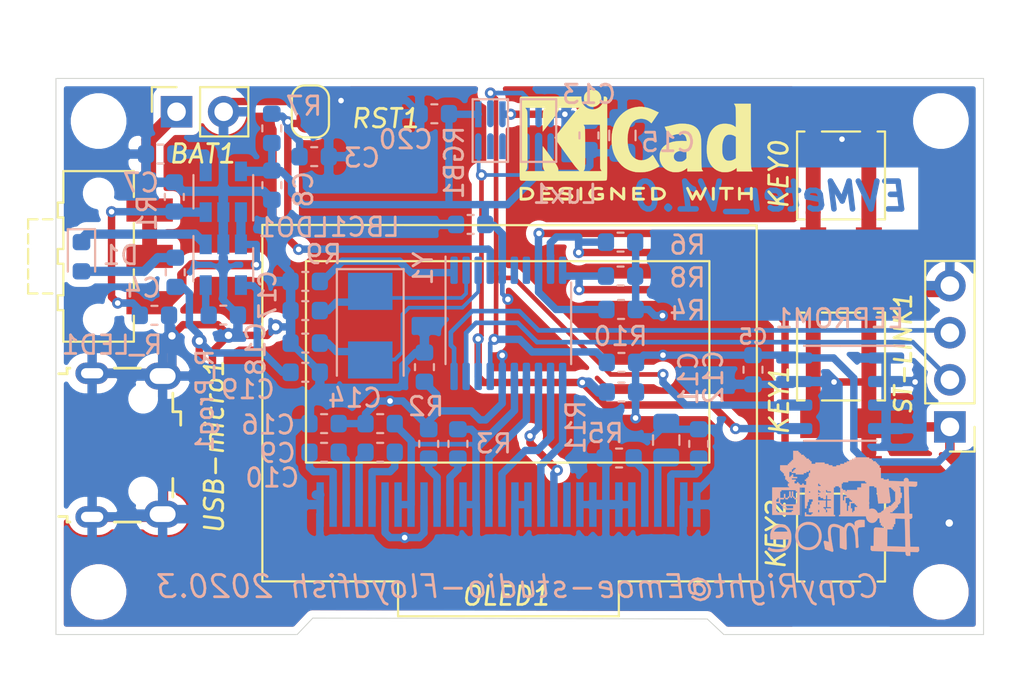
<source format=kicad_pcb>
(kicad_pcb (version 20171130) (host pcbnew "(5.1.5)-2")
  (layers (0 F.Cu signal) (31 B.Cu signal) (34 B.Paste user) (35 F.Paste user) (36 B.SilkS user) (37 F.SilkS user) (38 B.Mask user) (39 F.Mask user) (44 Edge.Cuts user))
  (net 0 "")
  (net 1 VCC)
  (net 2 GND)
  (net 3 VBUS)
  (net 4 "Net-(C7-Pad1)")
  (net 5 "Net-(C9-Pad2)")
  (net 6 "Net-(C9-Pad1)")
  (net 7 "Net-(C10-Pad2)")
  (net 8 "Net-(C10-Pad1)")
  (net 9 "Net-(C11-Pad1)")
  (net 10 "Net-(C12-Pad1)")
  (net 11 /DC)
  (net 12 /RES)
  (net 13 /INT_1)
  (net 14 VDC)
  (net 15 "Net-(C17-Pad2)")
  (net 16 "Net-(C18-Pad2)")
  (net 17 "Net-(D1-Pad2)")
  (net 18 /SYS_SWCLK)
  (net 19 /SYS_SWDIO)
  (net 20 "Net-(D1-Pad1)")
  (net 21 /VBAT)
  (net 22 "Net-(C3-Pad2)")
  (net 23 /KEY0)
  (net 24 /KEY1)
  (net 25 /KEY2)
  (net 26 "Net-(LBC1-Pad5)")
  (net 27 "Net-(Lux1-Pad4)")
  (net 28 /I2C1_SDA)
  (net 29 /I2C1_SCL)
  (net 30 /MOSI)
  (net 31 /CLK)
  (net 32 "Net-(MCU1-Pad7)")
  (net 33 "Net-(MCU1-Pad6)")
  (net 34 "Net-(MCU1-Pad1)")
  (net 35 "Net-(OLED1-Pad26)")
  (net 36 "Net-(OLED1-Pad20)")
  (net 37 "Net-(OLED1-Pad11)")
  (net 38 "Net-(OLED1-Pad10)")
  (net 39 "Net-(RGB1-Pad4)")
  (net 40 /INT_2)
  (module Symbol:KiCad-Logo2_5mm_SilkScreen (layer F.Cu) (at 142.6674 107.884)
    (fp_text reference REF** hide)
    (fp_text value KiCad-Logo2_5mm_SilkScreen hide)
  )
  (module Logo:emoe (layer B.Cu) (at 153.818 127.4928 180)
    (fp_text reference G*** hide)
    (fp_text value LOGO hide)
  )
  (module Package_SO:SOIC-8_3.9x4.9mm_P1.27mm (layer B.Cu) (at 153.67 121.285 180)
    (fp_text reference EEPROM1 (at 0.0298 4.0284) (layer B.SilkS) (effects (justify mirror)))
    (fp_text value M24C02-FMN)
    (pad 8 smd roundrect (at 2.475 1.905 180) (size 1.95 0.6) (layers B.Cu B.Paste B.Mask) (net 1 VCC))
    (pad 7 smd roundrect (at 2.475 0.635 180) (size 1.95 0.6) (layers B.Cu B.Paste B.Mask) (net 2 GND))
    (pad 6 smd roundrect (at 2.475 -0.635 180) (size 1.95 0.6) (layers B.Cu B.Paste B.Mask) (net 29 /I2C1_SCL))
    (pad 5 smd roundrect (at 2.475 -1.905 180) (size 1.95 0.6) (layers B.Cu B.Paste B.Mask) (net 28 /I2C1_SDA))
    (pad 4 smd roundrect (at -2.475 -1.905 180) (size 1.95 0.6) (layers B.Cu B.Paste B.Mask) (net 2 GND))
    (pad 3 smd roundrect (at -2.475 -0.635 180) (size 1.95 0.6) (layers B.Cu B.Paste B.Mask) (net 2 GND))
    (pad 2 smd roundrect (at -2.475 0.635 180) (size 1.95 0.6) (layers B.Cu B.Paste B.Mask) (net 2 GND))
    (pad 1 smd roundrect (at -2.475 1.905 180) (size 1.95 0.6) (layers B.Cu B.Paste B.Mask) (net 2 GND))
  )
  (module Capacitor_SMD:C_0603_1608Metric (layer B.Cu) (at 148.971 120.015 270)
    (fp_text reference C5 (at -1.778 0 180) (layer B.SilkS) (effects (font (size 0.8 0.8)) (justify mirror)))
    (fp_text value 104)
    (pad 2 smd roundrect (at 0.7875 0 270) (size 0.875 0.95) (layers B.Cu B.Paste B.Mask) (net 2 GND))
    (pad 1 smd roundrect (at -0.7875 0 270) (size 0.875 0.95) (layers B.Cu B.Paste B.Mask) (net 1 VCC))
  )
  (module Resistor_SMD:R_0603_1608Metric (layer B.Cu) (at 120.4214 117.0686)
    (fp_text reference R_Prog1 (at -0.995 4.6076 90) (layer B.SilkS) (effects (font (size 0.9 0.9)) (justify mirror)))
    (fp_text value 4.7k)
    (pad 2 smd roundrect (at 0.7875 0) (size 0.875 0.95) (layers B.Cu B.Paste B.Mask) (net 2 GND))
    (pad 1 smd roundrect (at -0.7875 0) (size 0.875 0.95) (layers B.Cu B.Paste B.Mask) (net 26 "Net-(LBC1-Pad5)"))
  )
  (module Resistor_SMD:R_0603_1608Metric (layer B.Cu) (at 141.88 121.219)
    (fp_text reference R11 (at -2.4594 1.8948 90) (layer B.SilkS) (effects (justify mirror)))
    (fp_text value 10K)
    (pad 2 smd roundrect (at 0.7875 0) (size 0.875 0.95) (layers B.Cu B.Paste B.Mask) (net 1 VCC))
    (pad 1 smd roundrect (at -0.7875 0) (size 0.875 0.95) (layers B.Cu B.Paste B.Mask) (net 28 /I2C1_SDA))
  )
  (module Resistor_SMD:R_0603_1608Metric (layer B.Cu) (at 141.88 119.6188)
    (fp_text reference R10 (at -0.0464 -1.4072) (layer B.SilkS) (effects (justify mirror)))
    (fp_text value 10K)
    (pad 2 smd roundrect (at 0.7875 0) (size 0.875 0.95) (layers B.Cu B.Paste B.Mask) (net 1 VCC))
    (pad 1 smd roundrect (at -0.7875 0) (size 0.875 0.95) (layers B.Cu B.Paste B.Mask) (net 29 /I2C1_SCL))
  )
  (module Resistor_SMD:R_0603_1608Metric (layer B.Cu) (at 124.8366 115.25 180)
    (fp_text reference R9 (at -0.995 1.458) (layer B.SilkS) (effects (justify mirror)))
    (fp_text value 100K)
    (pad 2 smd roundrect (at 0.7875 0 180) (size 0.875 0.95) (layers B.Cu B.Paste B.Mask) (net 2 GND))
    (pad 1 smd roundrect (at -0.7875 0 180) (size 0.875 0.95) (layers B.Cu B.Paste B.Mask) (net 34 "Net-(MCU1-Pad1)"))
  )
  (module Resistor_SMD:R_0603_1608Metric (layer B.Cu) (at 141.8336 114.9604 180)
    (fp_text reference R8 (at -3.6068 -0.0889) (layer B.SilkS) (effects (justify mirror)))
    (fp_text value 10K)
    (pad 2 smd roundrect (at 0.7875 0 180) (size 0.875 0.95) (layers B.Cu B.Paste B.Mask) (net 25 /KEY2))
    (pad 1 smd roundrect (at -0.7875 0 180) (size 0.875 0.95) (layers B.Cu B.Paste B.Mask) (net 1 VCC))
  )
  (module Resistor_SMD:R_0603_1608Metric (layer B.Cu) (at 123.0332 106.995 90)
    (fp_text reference R7 (at 1.204 1.7316 180) (layer B.SilkS) (effects (justify mirror)))
    (fp_text value 10K)
    (pad 2 smd roundrect (at 0.7875 0 90) (size 0.875 0.95) (layers B.Cu B.Paste B.Mask) (net 22 "Net-(C3-Pad2)"))
    (pad 1 smd roundrect (at -0.7875 0 90) (size 0.875 0.95) (layers B.Cu B.Paste B.Mask) (net 1 VCC))
  )
  (module Resistor_SMD:R_0603_1608Metric (layer B.Cu) (at 141.8336 113.1316 180)
    (fp_text reference R6 (at -3.6068 -0.1524 180) (layer B.SilkS) (effects (justify mirror)))
    (fp_text value 10K)
    (pad 2 smd roundrect (at 0.7875 0 180) (size 0.875 0.95) (layers B.Cu B.Paste B.Mask) (net 24 /KEY1))
    (pad 1 smd roundrect (at -0.7875 0 180) (size 0.875 0.95) (layers B.Cu B.Paste B.Mask) (net 1 VCC))
  )
  (module Resistor_SMD:R_0603_1608Metric (layer B.Cu) (at 141.753 124.775 180)
    (fp_text reference R5 (at 0.7322 1.331) (layer B.SilkS) (effects (justify mirror)))
    (fp_text value 910k)
    (pad 2 smd roundrect (at 0.7875 0 180) (size 0.875 0.95) (layers B.Cu B.Paste B.Mask) (net 2 GND))
    (pad 1 smd roundrect (at -0.7875 0 180) (size 0.875 0.95) (layers B.Cu B.Paste B.Mask) (net 35 "Net-(OLED1-Pad26)"))
  )
  (module Resistor_SMD:R_0603_1608Metric (layer B.Cu) (at 141.859 116.7638 180)
    (fp_text reference R4 (at -3.5814 -0.0508) (layer B.SilkS) (effects (justify mirror)))
    (fp_text value 10K)
    (pad 2 smd roundrect (at 0.7875 0 180) (size 0.875 0.95) (layers B.Cu B.Paste B.Mask) (net 23 /KEY0))
    (pad 1 smd roundrect (at -0.7875 0 180) (size 0.875 0.95) (layers B.Cu B.Paste B.Mask) (net 1 VCC))
  )
  (module Resistor_SMD:R_0603_1608Metric (layer B.Cu) (at 133.0662 124.013 90)
    (fp_text reference R3 (at 0.0102 1.9348 180) (layer B.SilkS) (effects (justify mirror)))
    (fp_text value 4.7k)
    (pad 2 smd roundrect (at 0.7875 0 90) (size 0.875 0.95) (layers B.Cu B.Paste B.Mask) (net 2 GND))
    (pad 1 smd roundrect (at -0.7875 0 90) (size 0.875 0.95) (layers B.Cu B.Paste B.Mask) (net 37 "Net-(OLED1-Pad11)"))
  )
  (module Resistor_SMD:R_0603_1608Metric (layer B.Cu) (at 131.4914 124.013 270)
    (fp_text reference R2 (at -2.0168 0.148) (layer B.SilkS) (effects (justify mirror)))
    (fp_text value 4.7k)
    (pad 2 smd roundrect (at 0.7875 0 270) (size 0.875 0.95) (layers B.Cu B.Paste B.Mask) (net 38 "Net-(OLED1-Pad10)"))
    (pad 1 smd roundrect (at -0.7875 0 270) (size 0.875 0.95) (layers B.Cu B.Paste B.Mask) (net 1 VCC))
  )
  (module Resistor_SMD:R_0603_1608Metric (layer B.Cu) (at 117.7798 110.6932 90)
    (fp_text reference R1 (at -0.8636 -1.4732 90) (layer B.SilkS) (effects (justify mirror)))
    (fp_text value 100k)
    (pad 2 smd roundrect (at 0.7875 0 90) (size 0.875 0.95) (layers B.Cu B.Paste B.Mask) (net 2 GND))
    (pad 1 smd roundrect (at -0.7875 0 90) (size 0.875 0.95) (layers B.Cu B.Paste B.Mask) (net 14 VDC))
  )
  (module Capacitor_SMD:C_0805_2012Metric (layer B.Cu) (at 141.9308 107.376 90)
    (fp_text reference C15 (at -0.3708 2.4682) (layer B.SilkS) (effects (justify mirror)))
    (fp_text value 475)
    (pad 2 smd roundrect (at 0.9375 0 90) (size 0.975 1.4) (layers B.Cu B.Paste B.Mask) (net 2 GND))
    (pad 1 smd roundrect (at -0.9375 0 90) (size 0.975 1.4) (layers B.Cu B.Paste B.Mask) (net 1 VCC))
  )
  (module Capacitor_SMD:C_0805_2012Metric (layer B.Cu) (at 144.293 123.8098 90)
    (fp_text reference C11 (at 3.3249 1.1982 270) (layer B.SilkS) (effects (justify mirror)))
    (fp_text value 475)
    (pad 2 smd roundrect (at 0.9375 0 90) (size 0.975 1.4) (layers B.Cu B.Paste B.Mask) (net 2 GND))
    (pad 1 smd roundrect (at -0.9375 0 90) (size 0.975 1.4) (layers B.Cu B.Paste B.Mask) (net 9 "Net-(C11-Pad1)"))
  )
  (module Package_TO_SOT_SMD:SOT-23-5 (layer B.Cu) (at 120.4214 114.3508 270)
    (fp_text reference LBC1 (at -2.032 -7.62 180) (layer B.SilkS) (effects (justify mirror)))
    (fp_text value LTC4054)
    (pad 5 smd rect (at 1.1 0.95 270) (size 1.06 0.65) (layers B.Cu B.Paste B.Mask) (net 26 "Net-(LBC1-Pad5)"))
    (pad 4 smd rect (at 1.1 -0.95 270) (size 1.06 0.65) (layers B.Cu B.Paste B.Mask) (net 3 VBUS))
    (pad 3 smd rect (at -1.1 -0.95 270) (size 1.06 0.65) (layers B.Cu B.Paste B.Mask) (net 14 VDC))
    (pad 2 smd rect (at -1.1 0 270) (size 1.06 0.65) (layers B.Cu B.Paste B.Mask) (net 2 GND))
    (pad 1 smd rect (at -1.1 0.95 270) (size 1.06 0.65) (layers B.Cu B.Paste B.Mask) (net 20 "Net-(D1-Pad1)"))
  )
  (module MountingHole:MountingHole_2.2mm_M2_DIN965 (layer F.Cu) (at 113.7 106.6)
    (fp_text reference H4 hide)
    (fp_text value MountingHole)
    (pad 1 np_thru_hole circle (at 0 0) (size 2.2 2.2) (drill 2.2) (layers *.Cu *.Mask))
  )
  (module MountingHole:MountingHole_2.2mm_M2_DIN965 (layer F.Cu) (at 113.7 132)
    (fp_text reference H3 hide)
    (fp_text value MountingHole)
    (pad 1 np_thru_hole circle (at 0 0) (size 2.2 2.2) (drill 2.2) (layers *.Cu *.Mask))
  )
  (module MountingHole:MountingHole_2.2mm_M2_DIN965 (layer F.Cu) (at 159.1 132)
    (fp_text reference H2 hide)
    (fp_text value MountingHole)
    (pad 1 np_thru_hole circle (at 0 0) (size 2.2 2.2) (drill 2.2) (layers *.Cu *.Mask))
  )
  (module MountingHole:MountingHole_2.2mm_M2_DIN965 (layer F.Cu) (at 159.1 106.6)
    (fp_text reference H1 hide)
    (fp_text value MountingHole)
    (pad 1 np_thru_hole circle (at 0 0) (size 2.2 2.2) (drill 2.2) (layers *.Cu *.Mask))
  )
  (module Sensor:TSL2591_DFN6 (layer B.Cu) (at 134.8 107.1 270)
    (fp_text reference RGB1 (at 1.739 1.9326 270) (layer B.SilkS) (effects (justify mirror)))
    (fp_text value TCS34725)
    (pad 1 smd rect (at -0.8636 0.635 270) (size 1.4 0.35) (layers B.Cu B.Paste B.Mask) (net 1 VCC))
    (pad 6 smd custom (at 0.3302 0.635 270) (size 0.35 0.35) (layers B.Cu B.Paste B.Mask) (net 28 /I2C1_SDA) (options (clearance outline) (anchor circle)) (primitives (gr_circle (center 0 0) (end 0.175 0) (width 0)) (gr_poly (pts (xy 0 -0.175) (xy 0 0.175) (xy 1.225 0.175) (xy 1.225 -0.175)) (width 0))))
    (pad 5 smd custom (at 0.3302 -0.015 270) (size 0.35 0.35) (layers B.Cu B.Paste B.Mask) (net 40 /INT_2) (options (clearance outline) (anchor circle)) (primitives (gr_circle (center 0 0) (end 0.175 0) (width 0)) (gr_poly (pts (xy 0 -0.175) (xy 0 0.175) (xy 1.225 0.175) (xy 1.225 -0.175)) (width 0))))
    (pad 4 smd custom (at 0.3302 -0.665 270) (size 0.35 0.35) (layers B.Cu B.Paste B.Mask) (net 39 "Net-(RGB1-Pad4)") (options (clearance outline) (anchor circle)) (primitives (gr_circle (center 0 0) (end 0.175 0) (width 0)) (gr_poly (pts (xy 0 -0.175) (xy 0 0.175) (xy 1.225 0.175) (xy 1.225 -0.175)) (width 0))))
    (pad 2 smd custom (at -0.3386 -0.015 90) (size 0.35 0.35) (layers B.Cu B.Paste B.Mask) (net 29 /I2C1_SCL) (options (clearance outline) (anchor circle)) (primitives (gr_circle (center 0 0) (end 0.175 0) (width 0)) (gr_poly (pts (xy 0 -0.175) (xy 0 0.175) (xy 1.225 0.175) (xy 1.225 -0.175)) (width 0))))
    (pad 3 smd custom (at -0.3386 -0.665 90) (size 0.35 0.35) (layers B.Cu B.Paste B.Mask) (net 2 GND) (options (clearance outline) (anchor circle)) (primitives (gr_circle (center 0 0) (end 0.175 0) (width 0)) (gr_poly (pts (xy 0 -0.175) (xy 0 0.175) (xy 1.225 0.175) (xy 1.225 -0.175)) (width 0))))
  )
  (module Button_Switch_SMD:SW_SPDT_CK-JS102011SAQN (layer F.Cu) (at 113.7 113.9 270)
    (fp_text reference PowerSW1 hide)
    (fp_text value PWRSW)
    (pad "" np_thru_hole circle (at 3.4 0 270) (size 0.9 0.9) (drill 0.9) (layers *.Cu *.Mask))
    (pad "" np_thru_hole circle (at -3.4 0 270) (size 0.9 0.9) (drill 0.9) (layers *.Cu *.Mask))
    (pad 3 smd rect (at 2.5 -2.75 270) (size 1.25 2.5) (layers F.Cu F.Paste F.Mask) (net 14 VDC))
    (pad 2 smd rect (at 0 -2.75 270) (size 1.25 2.5) (layers F.Cu F.Paste F.Mask) (net 21 /VBAT))
    (pad 1 smd rect (at -2.5 -2.75 270) (size 1.25 2.5) (layers F.Cu F.Paste F.Mask) (net 21 /VBAT))
  )
  (module Button_Switch_SMD:SW_SPST_TL3305C (layer F.Cu) (at 153.7164 129.0676 270)
    (fp_text reference KEY2 (at -0.1524 3.5052 90) (layer F.SilkS) (effects (font (thickness 0.15) italic)))
    (fp_text value SW_Push)
    (pad 2 smd rect (at -3.6 1.5 270) (size 1.6 1.4) (layers F.Cu F.Paste F.Mask) (net 25 /KEY2))
    (pad 2 smd rect (at 3.6 1.5 270) (size 1.6 1.4) (layers F.Cu F.Paste F.Mask) (net 25 /KEY2))
    (pad 1 smd rect (at -3.6 -1.5 270) (size 1.6 1.4) (layers F.Cu F.Paste F.Mask) (net 2 GND))
    (pad 1 smd rect (at 3.6 -1.5 270) (size 1.6 1.4) (layers F.Cu F.Paste F.Mask) (net 2 GND))
  )
  (module Button_Switch_SMD:SW_SPST_TL3305C (layer F.Cu) (at 153.7164 119.3013 270)
    (fp_text reference KEY1 (at 2.3749 3.3274 90) (layer F.SilkS) (effects (font (thickness 0.15) italic)))
    (fp_text value SW_Push)
    (pad 2 smd rect (at -3.6 1.5 270) (size 1.6 1.4) (layers F.Cu F.Paste F.Mask) (net 24 /KEY1))
    (pad 2 smd rect (at 3.6 1.5 270) (size 1.6 1.4) (layers F.Cu F.Paste F.Mask) (net 24 /KEY1))
    (pad 1 smd rect (at -3.6 -1.5 270) (size 1.6 1.4) (layers F.Cu F.Paste F.Mask) (net 2 GND))
    (pad 1 smd rect (at 3.6 -1.5 270) (size 1.6 1.4) (layers F.Cu F.Paste F.Mask) (net 2 GND))
  )
  (module Button_Switch_SMD:SW_SPST_TL3305C (layer F.Cu) (at 153.7164 109.535 270)
    (fp_text reference KEY0 (at -0.0508 3.3528 90) (layer F.SilkS) (effects (font (thickness 0.15) italic)))
    (fp_text value SW_Push)
    (pad 2 smd rect (at -3.6 1.5 270) (size 1.6 1.4) (layers F.Cu F.Paste F.Mask) (net 23 /KEY0))
    (pad 2 smd rect (at 3.6 1.5 270) (size 1.6 1.4) (layers F.Cu F.Paste F.Mask) (net 23 /KEY0))
    (pad 1 smd rect (at -3.6 -1.5 270) (size 1.6 1.4) (layers F.Cu F.Paste F.Mask) (net 2 GND))
    (pad 1 smd rect (at 3.6 -1.5 270) (size 1.6 1.4) (layers F.Cu F.Paste F.Mask) (net 2 GND))
  )
  (module Sensor:TSL2591_DFN6 (layer B.Cu) (at 137.4 107.1 270)
    (fp_text reference Lux1 (at 3.4408 -1.4364 180) (layer B.SilkS) (effects (justify mirror)))
    (fp_text value TSL2591)
    (pad 1 smd rect (at -0.8636 0.635 270) (size 1.4 0.35) (layers B.Cu B.Paste B.Mask) (net 29 /I2C1_SCL))
    (pad 6 smd custom (at 0.3302 0.635 270) (size 0.35 0.35) (layers B.Cu B.Paste B.Mask) (net 28 /I2C1_SDA) (options (clearance outline) (anchor circle)) (primitives (gr_circle (center 0 0) (end 0.175 0) (width 0)) (gr_poly (pts (xy 0 -0.175) (xy 0 0.175) (xy 1.225 0.175) (xy 1.225 -0.175)) (width 0))))
    (pad 5 smd custom (at 0.3302 -0.015 270) (size 0.35 0.35) (layers B.Cu B.Paste B.Mask) (net 1 VCC) (options (clearance outline) (anchor circle)) (primitives (gr_circle (center 0 0) (end 0.175 0) (width 0)) (gr_poly (pts (xy 0 -0.175) (xy 0 0.175) (xy 1.225 0.175) (xy 1.225 -0.175)) (width 0))))
    (pad 4 smd custom (at 0.3302 -0.665 270) (size 0.35 0.35) (layers B.Cu B.Paste B.Mask) (net 27 "Net-(Lux1-Pad4)") (options (clearance outline) (anchor circle)) (primitives (gr_circle (center 0 0) (end 0.175 0) (width 0)) (gr_poly (pts (xy 0 -0.175) (xy 0 0.175) (xy 1.225 0.175) (xy 1.225 -0.175)) (width 0))))
    (pad 2 smd custom (at -0.3386 -0.015 90) (size 0.35 0.35) (layers B.Cu B.Paste B.Mask) (net 13 /INT_1) (options (clearance outline) (anchor circle)) (primitives (gr_circle (center 0 0) (end 0.175 0) (width 0)) (gr_poly (pts (xy 0 -0.175) (xy 0 0.175) (xy 1.225 0.175) (xy 1.225 -0.175)) (width 0))))
    (pad 3 smd custom (at -0.3386 -0.665 90) (size 0.35 0.35) (layers B.Cu B.Paste B.Mask) (net 2 GND) (options (clearance outline) (anchor circle)) (primitives (gr_circle (center 0 0) (end 0.175 0) (width 0)) (gr_poly (pts (xy 0 -0.175) (xy 0 0.175) (xy 1.225 0.175) (xy 1.225 -0.175)) (width 0))))
  )
  (module Crystal:Crystal_SMD_5032-2Pin_5.0x3.2mm (layer B.Cu) (at 128.3418 117.6376 270)
    (fp_text reference Y1 (at -3.0836 -2.8492 90) (layer B.SilkS) (effects (justify mirror)))
    (fp_text value 8M)
    (pad 2 smd rect (at 1.85 0 270) (size 2 2.4) (layers B.Cu B.Paste B.Mask) (net 16 "Net-(C18-Pad2)"))
    (pad 1 smd rect (at -1.85 0 270) (size 2 2.4) (layers B.Cu B.Paste B.Mask) (net 15 "Net-(C17-Pad2)"))
  )
  (module Jumper:SolderJumper-2_P1.3mm_Open_RoundedPad1.0x1.5mm (layer F.Cu) (at 125.116 106.0806 270)
    (fp_text reference RST1 (at 0.381 -4.0386 180) (layer F.SilkS) (effects (font (thickness 0.15) italic)))
    (fp_text value RST)
    (pad 2 smd custom (at 0.65 0 270) (size 1 0.5) (layers F.Cu F.Mask) (net 22 "Net-(C3-Pad2)") (options (clearance outline) (anchor rect)) (primitives (gr_circle (center 0 0.25) (end 0.5 0.25) (width 0)) (gr_circle (center 0 -0.25) (end 0.5 -0.25) (width 0)) (gr_poly (pts (xy 0 -0.75) (xy -0.5 -0.75) (xy -0.5 0.75) (xy 0 0.75)) (width 0))))
    (pad 1 smd custom (at -0.65 0 270) (size 1 0.5) (layers F.Cu F.Mask) (net 2 GND) (options (clearance outline) (anchor rect)) (primitives (gr_circle (center 0 0.25) (end 0.5 0.25) (width 0)) (gr_circle (center 0 -0.25) (end 0.5 -0.25) (width 0)) (gr_poly (pts (xy 0 -0.75) (xy 0.5 -0.75) (xy 0.5 0.75) (xy 0 0.75)) (width 0))))
  )
  (module Package_SO:TSSOP-20_4.4x6.5mm_P0.65mm (layer B.Cu) (at 135.784 117.5106 270)
    (fp_text reference MCU1 hide)
    (fp_text value STM32F070F6P6)
    (pad 20 smd roundrect (at 2.8625 2.925 270) (size 1.475 0.4) (layers B.Cu B.Paste B.Mask) (net 18 /SYS_SWCLK))
    (pad 19 smd roundrect (at 2.8625 2.275 270) (size 1.475 0.4) (layers B.Cu B.Paste B.Mask) (net 19 /SYS_SWDIO))
    (pad 18 smd roundrect (at 2.8625 1.625 270) (size 1.475 0.4) (layers B.Cu B.Paste B.Mask) (net 28 /I2C1_SDA))
    (pad 17 smd roundrect (at 2.8625 0.975 270) (size 1.475 0.4) (layers B.Cu B.Paste B.Mask) (net 29 /I2C1_SCL))
    (pad 16 smd roundrect (at 2.8625 0.325 270) (size 1.475 0.4) (layers B.Cu B.Paste B.Mask) (net 1 VCC))
    (pad 15 smd roundrect (at 2.8625 -0.325 270) (size 1.475 0.4) (layers B.Cu B.Paste B.Mask) (net 2 GND))
    (pad 14 smd roundrect (at 2.8625 -0.975 270) (size 1.475 0.4) (layers B.Cu B.Paste B.Mask) (net 12 /RES))
    (pad 13 smd roundrect (at 2.8625 -1.625 270) (size 1.475 0.4) (layers B.Cu B.Paste B.Mask) (net 30 /MOSI))
    (pad 12 smd roundrect (at 2.8625 -2.275 270) (size 1.475 0.4) (layers B.Cu B.Paste B.Mask) (net 11 /DC))
    (pad 11 smd roundrect (at 2.8625 -2.925 270) (size 1.475 0.4) (layers B.Cu B.Paste B.Mask) (net 31 /CLK))
    (pad 10 smd roundrect (at -2.8625 -2.925 270) (size 1.475 0.4) (layers B.Cu B.Paste B.Mask) (net 25 /KEY2))
    (pad 9 smd roundrect (at -2.8625 -2.275 270) (size 1.475 0.4) (layers B.Cu B.Paste B.Mask) (net 24 /KEY1))
    (pad 8 smd roundrect (at -2.8625 -1.625 270) (size 1.475 0.4) (layers B.Cu B.Paste B.Mask) (net 23 /KEY0))
    (pad 7 smd roundrect (at -2.8625 -0.975 270) (size 1.475 0.4) (layers B.Cu B.Paste B.Mask) (net 32 "Net-(MCU1-Pad7)"))
    (pad 6 smd roundrect (at -2.8625 -0.325 270) (size 1.475 0.4) (layers B.Cu B.Paste B.Mask) (net 33 "Net-(MCU1-Pad6)"))
    (pad 5 smd roundrect (at -2.8625 0.325 270) (size 1.475 0.4) (layers B.Cu B.Paste B.Mask) (net 1 VCC))
    (pad 4 smd roundrect (at -2.8625 0.975 270) (size 1.475 0.4) (layers B.Cu B.Paste B.Mask) (net 22 "Net-(C3-Pad2)"))
    (pad 3 smd roundrect (at -2.8625 1.625 270) (size 1.475 0.4) (layers B.Cu B.Paste B.Mask) (net 16 "Net-(C18-Pad2)"))
    (pad 2 smd roundrect (at -2.8625 2.275 270) (size 1.475 0.4) (layers B.Cu B.Paste B.Mask) (net 15 "Net-(C17-Pad2)"))
    (pad 1 smd roundrect (at -2.8625 2.925 270) (size 1.475 0.4) (layers B.Cu B.Paste B.Mask) (net 34 "Net-(MCU1-Pad1)"))
  )
  (module Connector_PinHeader_2.54mm:PinHeader_1x04_P2.54mm_Vertical (layer F.Cu) (at 159.5838 123.0986 180)
    (fp_text reference ST-LINK1 (at 2.5146 3.937 90) (layer F.SilkS) (effects (font (size 0.9 0.9) (thickness 0.15) italic)))
    (fp_text value ST-LINK)
    (pad 4 thru_hole oval (at 0 7.62 180) (size 1.7 1.7) (drill 1) (layers *.Cu *.Mask) (net 2 GND))
    (pad 3 thru_hole oval (at 0 5.08 180) (size 1.7 1.7) (drill 1) (layers *.Cu *.Mask) (net 18 /SYS_SWCLK))
    (pad 2 thru_hole oval (at 0 2.54 180) (size 1.7 1.7) (drill 1) (layers *.Cu *.Mask) (net 19 /SYS_SWDIO))
    (pad 1 thru_hole rect (at 0 0 180) (size 1.7 1.7) (drill 1) (layers *.Cu *.Mask) (net 1 VCC))
  )
  (module LED_SMD:LED_0603_1608Metric (layer B.Cu) (at 112.776 113.919 270)
    (fp_text reference D1 (at -0.0762 -2.1082) (layer B.SilkS) (effects (justify mirror)))
    (fp_text value LED)
    (pad 2 smd roundrect (at 0.7875 0 270) (size 0.875 0.95) (layers B.Cu B.Paste B.Mask) (net 17 "Net-(D1-Pad2)"))
    (pad 1 smd roundrect (at -0.7875 0 270) (size 0.875 0.95) (layers B.Cu B.Paste B.Mask) (net 20 "Net-(D1-Pad1)"))
  )
  (module Capacitor_SMD:C_0603_1608Metric (layer B.Cu) (at 125.3192 108.519 180)
    (fp_text reference C3 (at -2.5698 -0.066) (layer B.SilkS) (effects (justify mirror)))
    (fp_text value 104)
    (pad 2 smd roundrect (at 0.7875 0 180) (size 0.875 0.95) (layers B.Cu B.Paste B.Mask) (net 22 "Net-(C3-Pad2)"))
    (pad 1 smd roundrect (at -0.7875 0 180) (size 0.875 0.95) (layers B.Cu B.Paste B.Mask) (net 2 GND))
  )
  (module Connector_PinSocket_2.54mm:PinSocket_1x02_P2.54mm_Vertical (layer F.Cu) (at 117.9 106.1 90)
    (fp_text reference BAT1 (at -2.2666 1.3994 180) (layer F.SilkS) (effects (font (thickness 0.15) italic)))
    (fp_text value "Battery Interface")
    (pad 2 thru_hole oval (at 0 2.54 90) (size 1.7 1.7) (drill 1) (layers *.Cu *.Mask) (net 2 GND))
    (pad 1 thru_hole rect (at 0 0 90) (size 1.7 1.7) (drill 1) (layers *.Cu *.Mask) (net 21 /VBAT))
  )
  (module Display_SMD:SSD1306-12864 (layer F.Cu) (at 122.4998 131.4552)
    (fp_text reference OLED1 (at 13.1572 0.762) (layer F.SilkS) (effects (font (thickness 0.15) italic)))
    (fp_text value SSD1306)
    (pad 30 smd rect (at 23.4402 -4.1674) (size 0.4 2.4) (layers B.Cu B.Paste B.Mask) (net 2 GND))
    (pad 29 smd rect (at 22.7402 -4.1674) (size 0.4 2.4) (layers B.Cu B.Paste B.Mask) (net 2 GND))
    (pad 28 smd rect (at 22.0402 -4.1674) (size 0.4 2.4) (layers B.Cu B.Paste B.Mask) (net 10 "Net-(C12-Pad1)"))
    (pad 27 smd rect (at 21.3402 -4.1674) (size 0.4 2.4) (layers B.Cu B.Paste B.Mask) (net 9 "Net-(C11-Pad1)"))
    (pad 26 smd rect (at 20.6402 -4.1674) (size 0.4 2.4) (layers B.Cu B.Paste B.Mask) (net 35 "Net-(OLED1-Pad26)"))
    (pad 25 smd rect (at 19.9402 -4.1674) (size 0.4 2.4) (layers B.Cu B.Paste B.Mask) (net 2 GND))
    (pad 24 smd rect (at 19.2402 -4.1674) (size 0.4 2.4) (layers B.Cu B.Paste B.Mask) (net 2 GND))
    (pad 23 smd rect (at 18.5402 -4.1674) (size 0.4 2.4) (layers B.Cu B.Paste B.Mask) (net 2 GND))
    (pad 22 smd rect (at 17.8402 -4.1674) (size 0.4 2.4) (layers B.Cu B.Paste B.Mask) (net 2 GND))
    (pad 21 smd rect (at 17.1402 -4.1674) (size 0.4 2.4) (layers B.Cu B.Paste B.Mask) (net 2 GND))
    (pad 20 smd rect (at 16.4402 -4.1674) (size 0.4 2.4) (layers B.Cu B.Paste B.Mask) (net 36 "Net-(OLED1-Pad20)"))
    (pad 19 smd rect (at 15.7402 -4.1674) (size 0.4 2.4) (layers B.Cu B.Paste B.Mask) (net 30 /MOSI))
    (pad 18 smd rect (at 15.0402 -4.1674) (size 0.4 2.4) (layers B.Cu B.Paste B.Mask) (net 31 /CLK))
    (pad 17 smd rect (at 14.3402 -4.1674) (size 0.4 2.4) (layers B.Cu B.Paste B.Mask) (net 2 GND))
    (pad 16 smd rect (at 13.6402 -4.1674) (size 0.4 2.4) (layers B.Cu B.Paste B.Mask) (net 2 GND))
    (pad 15 smd rect (at 12.9402 -4.1674) (size 0.4 2.4) (layers B.Cu B.Paste B.Mask) (net 11 /DC))
    (pad 14 smd rect (at 12.2402 -4.1674) (size 0.4 2.4) (layers B.Cu B.Paste B.Mask) (net 12 /RES))
    (pad 13 smd rect (at 11.5402 -4.1674) (size 0.4 2.4) (layers B.Cu B.Paste B.Mask) (net 2 GND))
    (pad 12 smd rect (at 10.8402 -4.1674) (size 0.4 2.4) (layers B.Cu B.Paste B.Mask) (net 2 GND))
    (pad 11 smd rect (at 10.1402 -4.1674) (size 0.4 2.4) (layers B.Cu B.Paste B.Mask) (net 37 "Net-(OLED1-Pad11)"))
    (pad 10 smd rect (at 9.4402 -4.1674) (size 0.4 2.4) (layers B.Cu B.Paste B.Mask) (net 38 "Net-(OLED1-Pad10)"))
    (pad 9 smd rect (at 8.7402 -4.1674) (size 0.4 2.4) (layers B.Cu B.Paste B.Mask) (net 1 VCC))
    (pad 8 smd rect (at 8.0402 -4.1674) (size 0.4 2.4) (layers B.Cu B.Paste B.Mask) (net 2 GND))
    (pad 7 smd rect (at 7.3402 -4.1674) (size 0.4 2.4) (layers B.Cu B.Paste B.Mask) (net 2 GND))
    (pad 6 smd rect (at 6.6402 -4.1674) (size 0.4 2.4) (layers B.Cu B.Paste B.Mask) (net 1 VCC))
    (pad 5 smd rect (at 5.9402 -4.1674) (size 0.4 2.4) (layers B.Cu B.Paste B.Mask) (net 8 "Net-(C10-Pad1)"))
    (pad 4 smd rect (at 5.2402 -4.1674) (size 0.4 2.4) (layers B.Cu B.Paste B.Mask) (net 7 "Net-(C10-Pad2)"))
    (pad 3 smd rect (at 4.5402 -4.1674) (size 0.4 2.4) (layers B.Cu B.Paste B.Mask) (net 6 "Net-(C9-Pad1)"))
    (pad 2 smd rect (at 3.8402 -4.1674) (size 0.4 2.4) (layers B.Cu B.Paste B.Mask) (net 5 "Net-(C9-Pad2)"))
    (pad 1 smd rect (at 3.1402 -4.1674) (size 0.4 2.4) (layers B.Cu B.Paste B.Mask) (net 2 GND))
  )
  (module Resistor_SMD:R_0603_1608Metric (layer B.Cu) (at 117.8306 114.7572 90)
    (fp_text reference R_LED1 (at -3.9218 -3.408 180) (layer B.SilkS) (effects (justify mirror)))
    (fp_text value 1k)
    (pad 2 smd roundrect (at 0.7875 0 90) (size 0.875 0.95) (layers B.Cu B.Paste B.Mask) (net 17 "Net-(D1-Pad2)"))
    (pad 1 smd roundrect (at -0.7875 0 90) (size 0.875 0.95) (layers B.Cu B.Paste B.Mask) (net 3 VBUS))
  )
  (module Connector_USB:USB_Micro-B_Wuerth_629105150521 (layer F.Cu) (at 115.3 124.079 270)
    (fp_text reference USB-micro1 (at 0.0864 -4.6344 90) (layer F.SilkS) (effects (font (thickness 0.15) italic)))
    (fp_text value USB_B_Micro)
    (pad "" np_thru_hole oval (at 2.5 -0.8 270) (size 0.8 0.8) (drill 0.8) (layers *.Cu *.Mask))
    (pad "" np_thru_hole oval (at -2.5 -0.8 270) (size 0.8 0.8) (drill 0.8) (layers *.Cu *.Mask))
    (pad 6 thru_hole oval (at 3.875 1.95 270) (size 1.15 1.8) (drill oval 0.55 1.2) (layers *.Cu *.Mask) (net 2 GND))
    (pad 6 thru_hole oval (at -3.875 1.95 270) (size 1.15 1.8) (drill oval 0.55 1.2) (layers *.Cu *.Mask) (net 2 GND))
    (pad 6 thru_hole oval (at 3.725 -1.85 270) (size 1.45 2) (drill oval 0.85 1.4) (layers *.Cu *.Mask) (net 2 GND))
    (pad 6 thru_hole oval (at -3.725 -1.85 270) (size 1.45 2) (drill oval 0.85 1.4) (layers *.Cu *.Mask) (net 2 GND))
    (pad 5 smd rect (at 1.3 -1.9 270) (size 0.45 1.3) (layers F.Cu F.Paste F.Mask) (net 2 GND))
    (pad 4 smd rect (at 0.65 -1.9 270) (size 0.45 1.3) (layers F.Cu F.Paste F.Mask) (net 2 GND))
    (pad 3 smd rect (at 0 -1.9 270) (size 0.45 1.3) (layers F.Cu F.Paste F.Mask) (net 2 GND))
    (pad 2 smd rect (at -0.65 -1.9 270) (size 0.45 1.3) (layers F.Cu F.Paste F.Mask) (net 2 GND))
    (pad 1 smd rect (at -1.3 -1.9 270) (size 0.45 1.3) (layers F.Cu F.Paste F.Mask) (net 3 VBUS))
  )
  (module Capacitor_SMD:C_0603_1608Metric (layer B.Cu) (at 131.7962 106.2076 180)
    (fp_text reference C20 (at 1.545 -1.3868) (layer B.SilkS) (effects (justify mirror)))
    (fp_text value 104)
    (pad 2 smd roundrect (at 0.7875 0 180) (size 0.875 0.95) (layers B.Cu B.Paste B.Mask) (net 2 GND))
    (pad 1 smd roundrect (at -0.7875 0 180) (size 0.875 0.95) (layers B.Cu B.Paste B.Mask) (net 1 VCC))
  )
  (module Capacitor_SMD:C_0603_1608Metric (layer B.Cu) (at 124.8366 120.1522)
    (fp_text reference C19 (at -3.0944 0.9296) (layer B.SilkS) (effects (justify mirror)))
    (fp_text value 104)
    (pad 2 smd roundrect (at 0.7875 0) (size 0.875 0.95) (layers B.Cu B.Paste B.Mask) (net 2 GND))
    (pad 1 smd roundrect (at -0.7875 0) (size 0.875 0.95) (layers B.Cu B.Paste B.Mask) (net 3 VBUS))
  )
  (module Capacitor_SMD:C_0603_1608Metric (layer B.Cu) (at 124.8366 118.5774)
    (fp_text reference C18 (at -2.6626 0.32 90) (layer B.SilkS) (effects (justify mirror)))
    (fp_text value 22pF)
    (pad 2 smd roundrect (at 0.7875 0) (size 0.875 0.95) (layers B.Cu B.Paste B.Mask) (net 16 "Net-(C18-Pad2)"))
    (pad 1 smd roundrect (at -0.7875 0) (size 0.875 0.95) (layers B.Cu B.Paste B.Mask) (net 2 GND))
  )
  (module Capacitor_SMD:C_0603_1608Metric (layer B.Cu) (at 124.8366 116.8248)
    (fp_text reference C17 (at -2.0276 -0.8484 90) (layer B.SilkS) (effects (font (size 0.9 0.9)) (justify mirror)))
    (fp_text value 22pF)
    (pad 2 smd roundrect (at 0.7875 0) (size 0.875 0.95) (layers B.Cu B.Paste B.Mask) (net 15 "Net-(C17-Pad2)"))
    (pad 1 smd roundrect (at -0.7875 0) (size 0.875 0.95) (layers B.Cu B.Paste B.Mask) (net 2 GND))
  )
  (module Package_TO_SOT_SMD:SOT-23-5 (layer B.Cu) (at 120.4214 110.4138 90)
    (fp_text reference LDO1 (at -1.9304 3.7846 180) (layer B.SilkS) (effects (justify mirror)))
    (fp_text value RT9193)
    (pad 5 smd rect (at 1.1 0.95 90) (size 1.06 0.65) (layers B.Cu B.Paste B.Mask) (net 1 VCC))
    (pad 4 smd rect (at 1.1 -0.95 90) (size 1.06 0.65) (layers B.Cu B.Paste B.Mask) (net 4 "Net-(C7-Pad1)"))
    (pad 3 smd rect (at -1.1 -0.95 90) (size 1.06 0.65) (layers B.Cu B.Paste B.Mask) (net 14 VDC))
    (pad 2 smd rect (at -1.1 0 90) (size 1.06 0.65) (layers B.Cu B.Paste B.Mask) (net 2 GND))
    (pad 1 smd rect (at -1.1 0.95 90) (size 1.06 0.65) (layers B.Cu B.Paste B.Mask) (net 14 VDC))
  )
  (module Capacitor_SMD:C_0603_1608Metric (layer B.Cu) (at 125.8526 122.9208 180)
    (fp_text reference C16 (at 3.0182 -0.066) (layer B.SilkS) (effects (justify mirror)))
    (fp_text value 105)
    (pad 2 smd roundrect (at 0.7875 0 180) (size 0.875 0.95) (layers B.Cu B.Paste B.Mask) (net 2 GND))
    (pad 1 smd roundrect (at -0.7875 0 180) (size 0.875 0.95) (layers B.Cu B.Paste B.Mask) (net 1 VCC))
  )
  (module Capacitor_SMD:C_0603_1608Metric (layer B.Cu) (at 128.8752 122.9208)
    (fp_text reference C14 (at -1.3672 -1.3818) (layer B.SilkS) (effects (justify mirror)))
    (fp_text value 105)
    (pad 2 smd roundrect (at 0.7875 0) (size 0.875 0.95) (layers B.Cu B.Paste B.Mask) (net 2 GND))
    (pad 1 smd roundrect (at -0.7875 0) (size 0.875 0.95) (layers B.Cu B.Paste B.Mask) (net 1 VCC))
  )
  (module Capacitor_SMD:C_0603_1608Metric (layer B.Cu) (at 140.1274 107.376 90)
    (fp_text reference C13 (at 2.22 0.0044) (layer B.SilkS) (effects (justify mirror)))
    (fp_text value 104)
    (pad 2 smd roundrect (at 0.7875 0 90) (size 0.875 0.95) (layers B.Cu B.Paste B.Mask) (net 2 GND))
    (pad 1 smd roundrect (at -0.7875 0 90) (size 0.875 0.95) (layers B.Cu B.Paste B.Mask) (net 1 VCC))
  )
  (module Capacitor_SMD:C_0603_1608Metric (layer B.Cu) (at 146.0456 124.013 90)
    (fp_text reference C12 (at 3.5916 0.7918 270) (layer B.SilkS) (effects (justify mirror)))
    (fp_text value 105)
    (pad 2 smd roundrect (at 0.7875 0 90) (size 0.875 0.95) (layers B.Cu B.Paste B.Mask) (net 2 GND))
    (pad 1 smd roundrect (at -0.7875 0 90) (size 0.875 0.95) (layers B.Cu B.Paste B.Mask) (net 10 "Net-(C12-Pad1)"))
  )
  (module Capacitor_SMD:C_0603_1608Metric (layer B.Cu) (at 128.8752 124.4702 180)
    (fp_text reference C10 (at 5.8166 -1.3716) (layer B.SilkS) (effects (justify mirror)))
    (fp_text value 105)
    (pad 2 smd roundrect (at 0.7875 0 180) (size 0.875 0.95) (layers B.Cu B.Paste B.Mask) (net 7 "Net-(C10-Pad2)"))
    (pad 1 smd roundrect (at -0.7875 0 180) (size 0.875 0.95) (layers B.Cu B.Paste B.Mask) (net 8 "Net-(C10-Pad1)"))
  )
  (module Capacitor_SMD:C_0603_1608Metric (layer B.Cu) (at 125.8526 124.4702 180)
    (fp_text reference C9 (at 2.5102 -0.0406) (layer B.SilkS) (effects (justify mirror)))
    (fp_text value 105)
    (pad 2 smd roundrect (at 0.7875 0 180) (size 0.875 0.95) (layers B.Cu B.Paste B.Mask) (net 5 "Net-(C9-Pad2)"))
    (pad 1 smd roundrect (at -0.7875 0 180) (size 0.875 0.95) (layers B.Cu B.Paste B.Mask) (net 6 "Net-(C9-Pad1)"))
  )
  (module Capacitor_SMD:C_0603_1608Metric (layer B.Cu) (at 123.0376 110.0582 270)
    (fp_text reference C8 (at 0.2286 -1.7018 90) (layer B.SilkS) (effects (justify mirror)))
    (fp_text value 105)
    (pad 2 smd roundrect (at 0.7875 0 270) (size 0.875 0.95) (layers B.Cu B.Paste B.Mask) (net 2 GND))
    (pad 1 smd roundrect (at -0.7875 0 270) (size 0.875 0.95) (layers B.Cu B.Paste B.Mask) (net 1 VCC))
  )
  (module Capacitor_SMD:C_0603_1608Metric (layer B.Cu) (at 117.0432 108.3818 180)
    (fp_text reference C7 (at 1.0668 -1.5494) (layer B.SilkS) (effects (justify mirror)))
    (fp_text value 22n)
    (pad 2 smd roundrect (at 0.7875 0 180) (size 0.875 0.95) (layers B.Cu B.Paste B.Mask) (net 2 GND))
    (pad 1 smd roundrect (at -0.7875 0 180) (size 0.875 0.95) (layers B.Cu B.Paste B.Mask) (net 4 "Net-(C7-Pad1)"))
  )
  (module Capacitor_SMD:C_0603_1608Metric (layer B.Cu) (at 116.7086 117.0788)
    (fp_text reference C4 (at -0.635 -1.4732) (layer B.SilkS) (effects (justify mirror)))
    (fp_text value 105)
    (pad 2 smd roundrect (at 0.7875 0) (size 0.875 0.95) (layers B.Cu B.Paste B.Mask) (net 2 GND))
    (pad 1 smd roundrect (at -0.7875 0) (size 0.875 0.95) (layers B.Cu B.Paste B.Mask) (net 14 VDC))
  )
  (module Capacitor_SMD:C_0603_1608Metric (layer B.Cu) (at 133.752 112.1766)
    (fp_text reference C2 hide)
    (fp_text value 104)
    (pad 2 smd roundrect (at 0.7875 0) (size 0.875 0.95) (layers B.Cu B.Paste B.Mask) (net 1 VCC))
    (pad 1 smd roundrect (at -0.7875 0) (size 0.875 0.95) (layers B.Cu B.Paste B.Mask) (net 2 GND))
  )
  (module Capacitor_SMD:C_0603_1608Metric (layer B.Cu) (at 131.2628 119.8728 270)
    (fp_text reference C1 hide)
    (fp_text value 104)
    (pad 2 smd roundrect (at 0.7875 0 270) (size 0.875 0.95) (layers B.Cu B.Paste B.Mask) (net 1 VCC))
    (pad 1 smd roundrect (at -0.7875 0 270) (size 0.875 0.95) (layers B.Cu B.Paste B.Mask) (net 2 GND))
  )
  (gr_text EVMeter_V1.0 (at 149.97 110.66) (layer B.Cu) (effects (font (size 1.5 1.5) (thickness 0.3) italic) (justify mirror)))
  (gr_text "CopyRight@Emoe-studio-Floydfish 2020.3" (at 136.34 131.71) (layer B.SilkS) (effects (font (size 1.2 1.2) (thickness 0.15) italic) (justify mirror)))
  (gr_line (start 146.5028 133.457) (end 125.243 133.411) (layer Edge.Cuts) (width 0.05))
  (gr_line (start 147.4 134.3) (end 146.5028 133.457) (layer Edge.Cuts) (width 0.05))
  (gr_line (start 124.4 134.3) (end 125.243 133.411) (layer Edge.Cuts) (width 0.05))
  (gr_line (start 161.4 134.3) (end 147.4 134.3) (layer Edge.Cuts) (width 0.05))
  (gr_line (start 111.4 134.3) (end 124.4 134.3) (layer Edge.Cuts) (width 0.05))
  (gr_line (start 111.4 134.3) (end 111.4 104.3) (layer Edge.Cuts) (width 0.05))
  (gr_line (start 161.4 104.3) (end 161.4 134.3) (layer Edge.Cuts) (width 0.05))
  (gr_line (start 111.4 104.3) (end 161.4 104.3) (layer Edge.Cuts) (width 0.05))
  (via (at 144.0942 117.094) (size 0.6) (drill 0.3) (layers F.Cu B.Cu) (net 1))
  (via (at 135.7586 116.2152) (size 0.6) (drill 0.3) (layers F.Cu B.Cu) (net 1))
  (via (at 135.4538 119.2378) (size 0.6) (drill 0.3) (layers F.Cu B.Cu) (net 1))
  (via (at 142.642 122.616) (size 0.6) (drill 0.3) (layers F.Cu B.Cu) (net 1))
  (segment (start 121.3714 109.3138) (end 123.0454 109.3138) (width 0.5) (layer B.Cu) (net 1))
  (segment (start 131.2374 128.8136) (end 131.2374 127.3658) (width 0.4) (layer B.Cu) (net 1))
  (segment (start 129.4086 129.0676) (end 130.196 129.0676) (width 0.4) (layer B.Cu) (net 1))
  (segment (start 129.14 127.2878) (end 129.14 128.799) (width 0.4) (layer B.Cu) (net 1))
  (segment (start 130.9834 129.0676) (end 131.2374 128.8136) (width 0.4) (layer B.Cu) (net 1))
  (segment (start 129.14 128.799) (end 129.4086 129.0676) (width 0.4) (layer B.Cu) (net 1))
  (segment (start 128.0877 122.9208) (end 126.64 122.9208) (width 0.4) (layer B.Cu) (net 1))
  (segment (start 130.196 129.0676) (end 130.9834 129.0676) (width 0.4) (layer B.Cu) (net 1))
  (via (at 130.196 129.0676) (size 0.6) (drill 0.3) (layers F.Cu B.Cu) (net 1))
  (segment (start 128.7736 121.7016) (end 129.4086 121.7016) (width 0.4) (layer B.Cu) (net 1))
  (segment (start 128.0877 122.9208) (end 128.0877 122.3875) (width 0.4) (layer B.Cu) (net 1))
  (segment (start 130.0944 121.7016) (end 131.2882 122.8954) (width 0.4) (layer B.Cu) (net 1))
  (segment (start 128.0877 122.3875) (end 128.7736 121.7016) (width 0.4) (layer B.Cu) (net 1))
  (segment (start 129.4086 121.7016) (end 130.0944 121.7016) (width 0.4) (layer B.Cu) (net 1))
  (via (at 129.4086 121.7016) (size 0.6) (drill 0.3) (layers F.Cu B.Cu) (net 1))
  (segment (start 130.196 129.0676) (end 130.196 123.2764) (width 0.4) (layer F.Cu) (net 1))
  (segment (start 129.4086 122.489) (end 129.4086 121.7016) (width 0.4) (layer F.Cu) (net 1))
  (segment (start 130.196 123.2764) (end 129.4086 122.489) (width 0.4) (layer F.Cu) (net 1))
  (segment (start 134.5648 122.7176) (end 135.4538 121.8286) (width 0.4) (layer B.Cu) (net 1))
  (segment (start 135.4538 121.8286) (end 135.4538 120.4062) (width 0.4) (layer B.Cu) (net 1))
  (segment (start 133.7774 122.235) (end 134.26 122.7176) (width 0.4) (layer B.Cu) (net 1))
  (segment (start 134.26 122.7176) (end 134.5648 122.7176) (width 0.4) (layer B.Cu) (net 1))
  (segment (start 131.4914 122.788) (end 131.9174 122.362) (width 0.4) (layer B.Cu) (net 1))
  (segment (start 131.9232 122.362) (end 132.0502 122.235) (width 0.4) (layer B.Cu) (net 1))
  (segment (start 132.0502 122.235) (end 133.7774 122.235) (width 0.4) (layer B.Cu) (net 1))
  (segment (start 131.4914 123.2255) (end 131.4914 122.788) (width 0.4) (layer B.Cu) (net 1))
  (segment (start 131.9174 122.362) (end 131.9232 122.362) (width 0.4) (layer B.Cu) (net 1))
  (segment (start 131.9174 122.362) (end 131.9174 121.3402) (width 0.4) (layer B.Cu) (net 1))
  (segment (start 131.9174 121.3402) (end 131.2628 120.6856) (width 0.4) (layer B.Cu) (net 1))
  (segment (start 123.0332 107.7825) (end 123.0332 109.2556) (width 0.4) (layer B.Cu) (net 1))
  (segment (start 123.5126 109.2707) (end 124.1 109.8581) (width 0.4) (layer B.Cu) (net 1))
  (segment (start 123.0376 109.2707) (end 123.5126 109.2707) (width 0.4) (layer B.Cu) (net 1))
  (segment (start 124.1 110.4748) (end 124.735 111.1098) (width 0.4) (layer B.Cu) (net 1))
  (segment (start 124.1 109.8581) (end 124.1 110.4748) (width 0.4) (layer B.Cu) (net 1))
  (segment (start 135.72912 111.1098) (end 134.1076 111.1098) (width 0.4) (layer B.Cu) (net 1))
  (segment (start 137.415 109.42392) (end 135.72912 111.1098) (width 0.4) (layer B.Cu) (net 1))
  (segment (start 137.415 107.4302) (end 137.415 109.42392) (width 0.4) (layer B.Cu) (net 1))
  (segment (start 134.5394 111.1352) (end 134.5394 112.1512) (width 0.4) (layer B.Cu) (net 1))
  (segment (start 134.165 106.2364) (end 132.6632 106.2364) (width 0.4) (layer B.Cu) (net 1))
  (segment (start 132.5837 111.1097) (end 132.5836 111.1098) (width 0.4) (layer B.Cu) (net 1))
  (segment (start 132.5837 106.2076) (end 132.5837 111.1097) (width 0.4) (layer B.Cu) (net 1))
  (segment (start 124.735 111.1098) (end 132.5836 111.1098) (width 0.4) (layer B.Cu) (net 1))
  (segment (start 132.5836 111.1098) (end 134.1076 111.1098) (width 0.4) (layer B.Cu) (net 1))
  (segment (start 134.9966 112.2274) (end 134.514 112.2274) (width 0.4) (layer B.Cu) (net 1))
  (segment (start 135.459 114.6481) (end 135.459 112.6898) (width 0.4) (layer B.Cu) (net 1))
  (segment (start 135.459 112.6898) (end 134.9966 112.2274) (width 0.4) (layer B.Cu) (net 1))
  (segment (start 141.9308 108.3135) (end 140.2775 108.3135) (width 0.4) (layer B.Cu) (net 1))
  (segment (start 137.415 109.42392) (end 139.75588 109.42392) (width 0.4) (layer B.Cu) (net 1))
  (segment (start 139.75588 109.42392) (end 140.1782 109.0016) (width 0.4) (layer B.Cu) (net 1))
  (segment (start 140.1782 109.0016) (end 140.1782 108.2396) (width 0.4) (layer B.Cu) (net 1))
  (segment (start 129.4086 121.7016) (end 139.7464 121.7016) (width 0.4) (layer F.Cu) (net 1))
  (segment (start 139.7464 121.7016) (end 140.6862 122.6414) (width 0.4) (layer F.Cu) (net 1))
  (segment (start 140.6862 122.6414) (end 142.642 122.6414) (width 0.4) (layer F.Cu) (net 1))
  (segment (start 142.642 121.219) (end 142.6674 121.1936) (width 0.4) (layer B.Cu) (net 1))
  (segment (start 142.642 121.981) (end 142.642 121.219) (width 0.4) (layer B.Cu) (net 1))
  (segment (start 142.642 121.981) (end 142.642 119.6188) (width 0.4) (layer B.Cu) (net 1))
  (segment (start 142.642 122.616) (end 142.642 121.981) (width 0.4) (layer B.Cu) (net 1))
  (segment (start 135.459 119.6356) (end 135.4538 119.6304) (width 0.25) (layer B.Cu) (net 1))
  (segment (start 135.459 120.3731) (end 135.459 119.6356) (width 0.25) (layer B.Cu) (net 1))
  (segment (start 135.4538 119.6304) (end 135.4538 119.2378) (width 0.25) (layer B.Cu) (net 1))
  (segment (start 135.753799 118.937801) (end 135.753799 116.220001) (width 0.25) (layer F.Cu) (net 1))
  (segment (start 135.4538 119.2378) (end 135.753799 118.937801) (width 0.25) (layer F.Cu) (net 1))
  (segment (start 135.459 115.9156) (end 135.7586 116.2152) (width 0.25) (layer B.Cu) (net 1))
  (segment (start 135.459 114.6481) (end 135.459 115.9156) (width 0.25) (layer B.Cu) (net 1))
  (segment (start 148.971 119.2275) (end 151.2315 119.2275) (width 0.4) (layer B.Cu) (net 1))
  (segment (start 153.3144 119.38) (end 151.13 119.38) (width 0.4) (layer B.Cu) (net 1))
  (segment (start 154.4066 120.4722) (end 153.3144 119.38) (width 0.4) (layer B.Cu) (net 1))
  (segment (start 159.5838 124.3486) (end 158.939 124.9934) (width 0.4) (layer B.Cu) (net 1))
  (segment (start 159.5838 123.0986) (end 159.5838 124.3486) (width 0.4) (layer B.Cu) (net 1))
  (segment (start 158.939 124.9934) (end 155.0924 124.9934) (width 0.4) (layer B.Cu) (net 1))
  (segment (start 155.0924 124.9934) (end 154.4066 124.3076) (width 0.4) (layer B.Cu) (net 1))
  (segment (start 154.4066 124.3076) (end 154.4066 120.4722) (width 0.4) (layer B.Cu) (net 1))
  (segment (start 148.971 119.2275) (end 144.1197 119.2275) (width 0.4) (layer B.Cu) (net 1))
  (segment (start 143.0783 119.2275) (end 142.6972 119.6086) (width 0.4) (layer B.Cu) (net 1))
  (segment (start 144.1197 119.2275) (end 143.0783 119.2275) (width 0.4) (layer B.Cu) (net 1))
  (via (at 144.1197 119.2275) (size 0.6) (drill 0.3) (layers F.Cu B.Cu) (net 1))
  (segment (start 144.0942 119.202) (end 144.1197 119.2275) (width 0.4) (layer F.Cu) (net 1))
  (segment (start 144.0942 117.094) (end 144.0942 119.202) (width 0.4) (layer F.Cu) (net 1))
  (segment (start 142.6465 116.7638) (end 142.6465 113.1063) (width 0.4) (layer B.Cu) (net 1))
  (segment (start 143.669936 117.094) (end 143.339736 116.7638) (width 0.4) (layer B.Cu) (net 1))
  (segment (start 144.0942 117.094) (end 143.669936 117.094) (width 0.4) (layer B.Cu) (net 1))
  (segment (start 143.339736 116.7638) (end 142.6464 116.7638) (width 0.4) (layer B.Cu) (net 1))
  (via (at 153.3398 120.6754) (size 0.6) (drill 0.3) (layers F.Cu B.Cu) (net 2))
  (via (at 153.7672 107.5792) (size 0.6) (drill 0.3) (layers F.Cu B.Cu) (net 2))
  (via (at 123.2408 117.7036) (size 0.8) (drill 0.4) (layers F.Cu B.Cu) (net 2))
  (via (at 117.6528 118.1862) (size 0.8) (drill 0.4) (layers F.Cu B.Cu) (net 2))
  (via (at 126.767 105.4964) (size 0.6) (drill 0.3) (layers F.Cu B.Cu) (net 2))
  (via (at 138.832 106.233) (size 0.6) (drill 0.3) (layers F.Cu B.Cu) (net 2))
  (via (at 135.911 106.233) (size 0.6) (drill 0.3) (layers F.Cu B.Cu) (net 2))
  (via (at 120.7008 118.1608) (size 0.8) (drill 0.4) (layers F.Cu B.Cu) (net 2))
  (segment (start 120.4214 113.2508) (end 120.4214 111.4298) (width 0.5) (layer B.Cu) (net 2))
  (segment (start 120.4214 113.2508) (end 120.4214 116.2558) (width 0.4) (layer B.Cu) (net 2))
  (segment (start 120.4214 116.2558) (end 121.1072 116.9416) (width 0.4) (layer B.Cu) (net 2))
  (segment (start 120.4214 110.3884) (end 118.237 110.3884) (width 0.5) (layer B.Cu) (net 2))
  (segment (start 120.4214 110.3884) (end 120.4214 106.1212) (width 0.5) (layer B.Cu) (net 2))
  (segment (start 120.4214 111.5138) (end 120.4214 110.3884) (width 0.5) (layer B.Cu) (net 2))
  (segment (start 118.237 110.3884) (end 117.7798 109.9312) (width 0.5) (layer B.Cu) (net 2))
  (segment (start 117.7798 109.9057) (end 116.4843 109.9057) (width 0.5) (layer B.Cu) (net 2))
  (segment (start 116.4843 109.9057) (end 116.2558 109.6772) (width 0.5) (layer B.Cu) (net 2))
  (segment (start 116.2558 109.6772) (end 116.2558 108.4072) (width 0.5) (layer B.Cu) (net 2))
  (segment (start 120.4214 110.3884) (end 122.5804 110.3884) (width 0.5) (layer B.Cu) (net 2))
  (segment (start 122.5804 110.3884) (end 123.0376 110.8456) (width 0.5) (layer B.Cu) (net 2))
  (segment (start 117.2 123.429) (end 117.2 125.3446) (width 0.4) (layer F.Cu) (net 2))
  (segment (start 117.2 123.429) (end 118.9124 123.429) (width 0.4) (layer F.Cu) (net 2))
  (segment (start 118.9124 123.429) (end 119.8372 122.5042) (width 0.4) (layer F.Cu) (net 2))
  (segment (start 119.8372 122.5042) (end 119.8372 119.0244) (width 0.4) (layer F.Cu) (net 2))
  (segment (start 119.8372 119.0244) (end 120.7008 118.1608) (width 0.4) (layer F.Cu) (net 2))
  (segment (start 120.7008 118.1608) (end 120.8278 118.1608) (width 0.4) (layer B.Cu) (net 2))
  (segment (start 120.8278 118.1608) (end 121.2088 117.7798) (width 0.4) (layer B.Cu) (net 2))
  (segment (start 121.2088 117.7798) (end 121.2088 117.094) (width 0.4) (layer B.Cu) (net 2))
  (segment (start 142.44 127.2878) (end 139.672 127.2878) (width 0.4) (layer B.Cu) (net 2))
  (segment (start 141.04 127.2878) (end 141.04 124.98) (width 0.4) (layer B.Cu) (net 2))
  (segment (start 130.54 127.2878) (end 129.8676 127.2878) (width 0.4) (layer B.Cu) (net 2))
  (segment (start 130.54 123.849) (end 129.6626 122.9716) (width 0.4) (layer B.Cu) (net 2))
  (segment (start 134.04 127.2878) (end 133.3728 127.2878) (width 0.4) (layer B.Cu) (net 2))
  (segment (start 136.84 127.2878) (end 136.1668 127.2878) (width 0.4) (layer B.Cu) (net 2))
  (segment (start 145.94 127.2878) (end 145.2818 127.2878) (width 0.4) (layer B.Cu) (net 2))
  (segment (start 125.64 127.2878) (end 125.64 126.8484) (width 0.4) (layer B.Cu) (net 2))
  (segment (start 133.0662 123.2255) (end 133.7773 123.2255) (width 0.4) (layer B.Cu) (net 2))
  (segment (start 133.7773 123.2255) (end 134.04 123.4882) (width 0.4) (layer B.Cu) (net 2))
  (segment (start 130.6192 124.0298) (end 130.5516 123.9622) (width 0.25) (layer B.Cu) (net 2))
  (segment (start 134.04 124.0298) (end 130.6192 124.0298) (width 0.25) (layer B.Cu) (net 2))
  (segment (start 134.04 123.4882) (end 134.04 124.0298) (width 0.4) (layer B.Cu) (net 2))
  (segment (start 134.04 124.0298) (end 134.04 127.2878) (width 0.4) (layer B.Cu) (net 2))
  (segment (start 130.5516 123.9622) (end 130.54 123.849) (width 0.4) (layer B.Cu) (net 2))
  (segment (start 130.54 127.2878) (end 130.5516 123.9622) (width 0.4) (layer B.Cu) (net 2))
  (segment (start 140.9655 124.775) (end 140.9655 123.9369) (width 0.4) (layer B.Cu) (net 2))
  (segment (start 140.9655 123.9369) (end 141.2704 123.632) (width 0.4) (layer B.Cu) (net 2))
  (segment (start 141.2704 123.632) (end 143.5818 123.632) (width 0.4) (layer B.Cu) (net 2))
  (segment (start 143.5818 123.632) (end 143.9882 123.2256) (width 0.4) (layer B.Cu) (net 2))
  (segment (start 143.9882 123.2256) (end 146.0456 123.2256) (width 0.4) (layer B.Cu) (net 2))
  (segment (start 145.94 127.2878) (end 145.94 126.5824) (width 0.4) (layer B.Cu) (net 2))
  (segment (start 145.94 126.5824) (end 147.087 125.4354) (width 0.4) (layer B.Cu) (net 2))
  (segment (start 147.087 125.4354) (end 147.087 123.5812) (width 0.4) (layer B.Cu) (net 2))
  (segment (start 147.087 123.5812) (end 146.7314 123.2256) (width 0.4) (layer B.Cu) (net 2))
  (segment (start 146.7314 123.2256) (end 146.0456 123.2256) (width 0.4) (layer B.Cu) (net 2))
  (segment (start 145.2074 127.4166) (end 145.2074 130.1852) (width 0.4) (layer B.Cu) (net 2))
  (segment (start 145.24 127.384) (end 145.2074 127.4166) (width 0.4) (layer B.Cu) (net 2))
  (segment (start 145.24 127.2878) (end 145.24 127.384) (width 0.4) (layer B.Cu) (net 2))
  (segment (start 141.04 127.2878) (end 141.04 130.1616) (width 0.4) (layer B.Cu) (net 2))
  (segment (start 141.04 130.1616) (end 141.0164 130.1852) (width 0.4) (layer B.Cu) (net 2))
  (segment (start 141.0164 130.1852) (end 145.2074 130.1852) (width 1) (layer B.Cu) (net 2))
  (segment (start 136.1396 130.1852) (end 136.1396 127.2896) (width 0.4) (layer B.Cu) (net 2))
  (segment (start 136.1396 130.1852) (end 141.0164 130.1852) (width 1) (layer B.Cu) (net 2))
  (segment (start 134.0568 130.1852) (end 136.1396 130.1852) (width 1) (layer B.Cu) (net 2))
  (segment (start 125.624 130.1852) (end 134.0568 130.1852) (width 1) (layer B.Cu) (net 2))
  (segment (start 134.0568 130.1852) (end 134.0568 127.2642) (width 0.4) (layer B.Cu) (net 2))
  (segment (start 125.624 127.823) (end 125.6494 127.7976) (width 0.4) (layer B.Cu) (net 2))
  (segment (start 125.624 130.1852) (end 125.624 127.823) (width 0.4) (layer B.Cu) (net 2))
  (segment (start 134.04 123.4882) (end 134.8356 123.4882) (width 0.4) (layer B.Cu) (net 2))
  (segment (start 134.8356 123.4882) (end 136.1142 122.2096) (width 0.4) (layer B.Cu) (net 2))
  (segment (start 136.1142 122.2096) (end 136.1142 120.3554) (width 0.4) (layer B.Cu) (net 2))
  (segment (start 124.0491 115.25) (end 124.0491 116.7739) (width 0.4) (layer B.Cu) (net 2))
  (segment (start 120.44 106.1) (end 120.44 105.575) (width 0.4) (layer F.Cu) (net 2))
  (segment (start 120.44 105.575) (end 120.4678 105.5472) (width 0.4) (layer F.Cu) (net 2))
  (segment (start 120.4678 105.5472) (end 125.1414 105.5472) (width 0.4) (layer F.Cu) (net 2))
  (segment (start 132.9645 112.1766) (end 123.0586 112.1766) (width 0.4) (layer B.Cu) (net 2))
  (segment (start 123.0586 112.1766) (end 123.0586 110.8812) (width 0.4) (layer B.Cu) (net 2))
  (segment (start 123.0586 113.7845) (end 123.0586 112.1766) (width 0.4) (layer B.Cu) (net 2))
  (segment (start 124.0491 114.775) (end 123.0586 113.7845) (width 0.4) (layer B.Cu) (net 2))
  (segment (start 124.0491 115.25) (end 124.0491 114.775) (width 0.4) (layer B.Cu) (net 2))
  (segment (start 155.2164 113.135) (end 155.2164 115.6804) (width 0.8) (layer F.Cu) (net 2))
  (segment (start 155.2164 124.5013) (end 155.215 124.5027) (width 0.8) (layer F.Cu) (net 2))
  (segment (start 155.2164 122.9013) (end 155.2164 124.5013) (width 0.8) (layer F.Cu) (net 2))
  (segment (start 135.911 106.233) (end 135.53 106.233) (width 0.4) (layer B.Cu) (net 2))
  (segment (start 135.911 106.233) (end 138.832 106.233) (width 0.4) (layer F.Cu) (net 2))
  (segment (start 138.832 106.233) (end 138.407736 106.233) (width 0.4) (layer B.Cu) (net 2))
  (segment (start 138.407736 106.233) (end 138.0954 106.233) (width 0.4) (layer B.Cu) (net 2))
  (segment (start 130.2976 105.4964) (end 131.0088 106.2076) (width 0.4) (layer B.Cu) (net 2))
  (segment (start 126.767 105.4964) (end 130.2976 105.4964) (width 0.4) (layer B.Cu) (net 2))
  (segment (start 126.767 105.4964) (end 125.1922 105.4964) (width 0.4) (layer F.Cu) (net 2))
  (segment (start 139.256264 106.233) (end 139.662664 106.6394) (width 0.4) (layer B.Cu) (net 2))
  (segment (start 138.832 106.233) (end 139.256264 106.233) (width 0.4) (layer B.Cu) (net 2))
  (segment (start 139.662664 106.6394) (end 141.9308 106.6394) (width 0.4) (layer B.Cu) (net 2))
  (segment (start 126.1067 106.1567) (end 126.767 105.4964) (width 0.4) (layer B.Cu) (net 2))
  (segment (start 126.1067 108.519) (end 126.1067 106.1567) (width 0.4) (layer B.Cu) (net 2))
  (segment (start 117.4961 117.5538) (end 117.6484 117.7061) (width 0.4) (layer B.Cu) (net 2))
  (segment (start 117.4961 117.0788) (end 117.4961 117.5538) (width 0.4) (layer B.Cu) (net 2))
  (segment (start 117.6484 117.7061) (end 117.6484 118.1456) (width 0.4) (layer B.Cu) (net 2))
  (segment (start 120.1268 117.5868) (end 120.7008 118.1608) (width 0.4) (layer F.Cu) (net 2))
  (segment (start 117.6528 118.1862) (end 118.2522 117.5868) (width 0.4) (layer F.Cu) (net 2))
  (segment (start 118.2522 117.5868) (end 120.1268 117.5868) (width 0.4) (layer F.Cu) (net 2))
  (segment (start 125.6241 120.1522) (end 125.6241 120.1269) (width 0.4) (layer B.Cu) (net 2))
  (segment (start 125.6241 120.1269) (end 124.0746 118.5774) (width 0.4) (layer B.Cu) (net 2))
  (segment (start 124.0491 116.8248) (end 124.0492 117.6884) (width 0.4) (layer B.Cu) (net 2))
  (segment (start 124.0492 117.6884) (end 124.0491 118.5521) (width 0.4) (layer B.Cu) (net 2))
  (segment (start 122.7836 118.1608) (end 123.2408 117.7036) (width 0.4) (layer F.Cu) (net 2))
  (segment (start 120.7008 118.1608) (end 122.7836 118.1608) (width 0.4) (layer F.Cu) (net 2))
  (segment (start 124.0492 117.7392) (end 124.0492 117.6884) (width 0.4) (layer B.Cu) (net 2))
  (segment (start 123.2408 117.7036) (end 124.0136 117.7036) (width 0.4) (layer B.Cu) (net 2))
  (segment (start 124.0136 117.7036) (end 124.0492 117.7392) (width 0.4) (layer B.Cu) (net 2))
  (segment (start 125.6241 120.8125) (end 125.6241 120.1522) (width 0.4) (layer B.Cu) (net 2))
  (segment (start 125.0652 121.3714) (end 125.6241 120.8125) (width 0.4) (layer B.Cu) (net 2))
  (segment (start 125.0652 122.4457) (end 125.0652 121.3714) (width 0.4) (layer B.Cu) (net 2))
  (segment (start 125.0651 122.9208) (end 125.0651 122.4458) (width 0.4) (layer B.Cu) (net 2))
  (segment (start 125.0651 122.4458) (end 125.0652 122.4457) (width 0.4) (layer B.Cu) (net 2))
  (segment (start 125.7766 120.965) (end 125.6241 120.8125) (width 0.4) (layer B.Cu) (net 2))
  (segment (start 130.7878 119.0853) (end 130.0944 119.7787) (width 0.4) (layer B.Cu) (net 2))
  (segment (start 131.2628 119.0853) (end 130.7878 119.0853) (width 0.4) (layer B.Cu) (net 2))
  (segment (start 130.0944 120.7618) (end 129.8912 120.965) (width 0.4) (layer B.Cu) (net 2))
  (segment (start 129.8912 120.965) (end 125.7766 120.965) (width 0.4) (layer B.Cu) (net 2))
  (segment (start 130.0944 119.7787) (end 130.0944 120.7618) (width 0.4) (layer B.Cu) (net 2))
  (segment (start 155.2164 117.3013) (end 155.215 117.3027) (width 0.8) (layer F.Cu) (net 2))
  (segment (start 155.2164 115.7013) (end 155.2164 117.3013) (width 0.8) (layer F.Cu) (net 2))
  (segment (start 155.2164 107.535) (end 155.215 107.5364) (width 0.8) (layer F.Cu) (net 2))
  (segment (start 155.2164 105.935) (end 155.2164 107.535) (width 0.8) (layer F.Cu) (net 2))
  (segment (start 155.215 107.5364) (end 155.215 113.0656) (width 0.8) (layer F.Cu) (net 2))
  (segment (start 155.2164 115.7013) (end 159.3357 115.7013) (width 0.8) (layer F.Cu) (net 2))
  (segment (start 159.3357 115.7013) (end 159.6092 115.4278) (width 0.8) (layer F.Cu) (net 2))
  (segment (start 141.9308 106.4385) (end 152.6265 106.4385) (width 0.4) (layer B.Cu) (net 2))
  (segment (start 152.6265 106.4385) (end 153.7672 107.5792) (width 0.4) (layer B.Cu) (net 2))
  (segment (start 155.1722 107.5792) (end 155.215 107.5364) (width 0.5) (layer F.Cu) (net 2))
  (segment (start 153.7672 107.5792) (end 155.1722 107.5792) (width 0.5) (layer F.Cu) (net 2))
  (segment (start 124.0746 123.4738) (end 124.0746 125.41) (width 0.5) (layer B.Cu) (net 2))
  (segment (start 125.0651 122.9208) (end 124.6276 122.9208) (width 0.5) (layer B.Cu) (net 2))
  (segment (start 125.425652 126.761052) (end 125.624 126.761052) (width 0.5) (layer B.Cu) (net 2))
  (segment (start 124.6276 122.9208) (end 124.0746 123.4738) (width 0.5) (layer B.Cu) (net 2))
  (segment (start 114.75 120.204) (end 114.751 120.203) (width 0.5) (layer B.Cu) (net 2))
  (segment (start 113.35 120.204) (end 114.75 120.204) (width 0.5) (layer B.Cu) (net 2))
  (segment (start 114.751 120.203) (end 117.1912 120.203) (width 0.5) (layer B.Cu) (net 2))
  (segment (start 117.6528 118.1862) (end 117.6528 119.7668) (width 0.5) (layer B.Cu) (net 2))
  (segment (start 117.6528 119.7668) (end 117.2166 120.203) (width 0.5) (layer B.Cu) (net 2))
  (segment (start 117.6528 118.1862) (end 117.6528 119.7668) (width 0.5) (layer F.Cu) (net 2))
  (segment (start 117.6528 119.7668) (end 117.1912 120.2284) (width 0.5) (layer F.Cu) (net 2))
  (segment (start 117.1912 120.2284) (end 117.1658 120.203) (width 0.5) (layer F.Cu) (net 2))
  (segment (start 117.1658 120.203) (end 113.432 120.203) (width 0.5) (layer F.Cu) (net 2))
  (segment (start 117.2 125.379) (end 117.2 127.8142) (width 0.5) (layer F.Cu) (net 2))
  (segment (start 117.2 127.8142) (end 117.0388 127.9754) (width 0.5) (layer F.Cu) (net 2))
  (segment (start 117.0388 127.9754) (end 113.3558 127.9754) (width 0.5) (layer F.Cu) (net 2))
  (segment (start 114.75 127.954) (end 114.754 127.95) (width 0.5) (layer B.Cu) (net 2))
  (segment (start 113.35 127.954) (end 114.75 127.954) (width 0.5) (layer B.Cu) (net 2))
  (segment (start 114.754 127.95) (end 117.1404 127.95) (width 0.5) (layer B.Cu) (net 2))
  (segment (start 119.15 127.804) (end 121.5312 130.1852) (width 1) (layer B.Cu) (net 2))
  (segment (start 121.5312 130.1852) (end 125.624 130.1852) (width 1) (layer B.Cu) (net 2))
  (segment (start 117.15 127.804) (end 119.15 127.804) (width 1) (layer B.Cu) (net 2))
  (via (at 159.550102 128.2827) (size 0.8) (drill 0.4) (layers F.Cu B.Cu) (net 2))
  (segment (start 159.150103 128.682699) (end 159.550102 128.2827) (width 1) (layer B.Cu) (net 2))
  (segment (start 145.2074 130.1852) (end 157.647602 130.1852) (width 1) (layer B.Cu) (net 2))
  (segment (start 157.647602 130.1852) (end 159.150103 128.682699) (width 1) (layer B.Cu) (net 2))
  (segment (start 158.666915 129.165887) (end 158.666915 129.4638) (width 0.8) (layer F.Cu) (net 2))
  (segment (start 159.550102 128.2827) (end 158.666915 129.165887) (width 0.8) (layer F.Cu) (net 2))
  (segment (start 155.215 132.649) (end 159.550102 128.313898) (width 0.8) (layer F.Cu) (net 2))
  (segment (start 159.550102 128.313898) (end 159.550102 128.2827) (width 0.8) (layer F.Cu) (net 2))
  (segment (start 159.550102 126.187202) (end 159.550102 128.2827) (width 0.8) (layer F.Cu) (net 2))
  (segment (start 155.2164 125.4676) (end 158.8305 125.4676) (width 0.8) (layer F.Cu) (net 2))
  (segment (start 158.8305 125.4676) (end 159.550102 126.187202) (width 0.8) (layer F.Cu) (net 2))
  (segment (start 148.971 120.8025) (end 151.1045 120.8025) (width 0.4) (layer B.Cu) (net 2))
  (segment (start 156.145 119.38) (end 156.145 123.1758) (width 0.4) (layer B.Cu) (net 2))
  (segment (start 153.3398 120.6754) (end 151.2062 120.6754) (width 0.4) (layer B.Cu) (net 2))
  (segment (start 155.215 117.3027) (end 155.2194 120.6754) (width 0.8) (layer F.Cu) (net 2))
  (segment (start 153.3398 120.6754) (end 155.2194 120.6754) (width 0.4) (layer F.Cu) (net 2))
  (segment (start 155.2194 120.6754) (end 155.215 122.87) (width 0.8) (layer F.Cu) (net 2))
  (via (at 157.7086 120.675404) (size 0.6) (drill 0.3) (layers F.Cu B.Cu) (net 2))
  (segment (start 155.2194 120.6754) (end 155.219404 120.675404) (width 0.4) (layer F.Cu) (net 2))
  (segment (start 157.284336 120.675404) (end 157.7086 120.675404) (width 0.4) (layer B.Cu) (net 2))
  (segment (start 155.219404 120.675404) (end 157.284336 120.675404) (width 0.4) (layer F.Cu) (net 2))
  (segment (start 156.260804 120.675404) (end 157.284336 120.675404) (width 0.4) (layer B.Cu) (net 2))
  (segment (start 156.21 120.6246) (end 156.260804 120.675404) (width 0.4) (layer B.Cu) (net 2))
  (segment (start 157.284336 120.675404) (end 157.7086 120.675404) (width 0.4) (layer F.Cu) (net 2))
  (segment (start 117.2 122.779) (end 118.5972 122.779) (width 0.4) (layer F.Cu) (net 3))
  (segment (start 118.5972 122.779) (end 119.126 122.2502) (width 0.4) (layer F.Cu) (net 3))
  (segment (start 119.126 122.2502) (end 119.126 118.4656) (width 0.4) (layer F.Cu) (net 3))
  (segment (start 119.126 118.4656) (end 119.126 118.4656) (width 0.4) (layer F.Cu) (net 3))
  (via (at 119.126 118.4656) (size 0.8) (drill 0.4) (layers F.Cu B.Cu) (net 3))
  (segment (start 118.5926 115.9002) (end 118.2116 115.5192) (width 0.4) (layer B.Cu) (net 3))
  (segment (start 118.2116 115.5192) (end 117.856 115.5192) (width 0.4) (layer B.Cu) (net 3))
  (segment (start 118.5926 117.602) (end 118.5926 115.9002) (width 0.4) (layer B.Cu) (net 3))
  (segment (start 119.126 118.4656) (end 119.126 118.1354) (width 0.4) (layer B.Cu) (net 3))
  (segment (start 119.126 118.1354) (end 118.5926 117.602) (width 0.4) (layer B.Cu) (net 3))
  (segment (start 119.7712 119.1108) (end 121.0716 119.1108) (width 0.4) (layer B.Cu) (net 3))
  (segment (start 119.126 118.4656) (end 119.7712 119.1108) (width 0.4) (layer B.Cu) (net 3))
  (segment (start 122.5702 119.1108) (end 121.0774 119.1108) (width 0.4) (layer B.Cu) (net 3))
  (segment (start 123.6116 120.1522) (end 122.5702 119.1108) (width 0.4) (layer B.Cu) (net 3))
  (segment (start 124.0491 120.1522) (end 123.6116 120.1522) (width 0.4) (layer B.Cu) (net 3))
  (segment (start 121.0716 119.1108) (end 121.0774 119.1108) (width 0.4) (layer B.Cu) (net 3))
  (segment (start 122.0216 115.4684) (end 121.3866 115.4684) (width 0.4) (layer B.Cu) (net 3))
  (segment (start 122.2502 115.697) (end 122.0216 115.4684) (width 0.4) (layer B.Cu) (net 3))
  (segment (start 121.0774 119.1108) (end 122.2502 119.1108) (width 0.4) (layer B.Cu) (net 3))
  (segment (start 122.2502 119.1108) (end 122.2502 115.697) (width 0.4) (layer B.Cu) (net 3))
  (segment (start 117.8307 108.3818) (end 119.4562 108.3818) (width 0.5) (layer B.Cu) (net 4))
  (segment (start 119.4562 108.3818) (end 119.4562 109.1946) (width 0.5) (layer B.Cu) (net 4))
  (segment (start 126.34 127.2878) (end 126.34 125.5164) (width 0.4) (layer B.Cu) (net 5))
  (segment (start 126.34 125.5164) (end 126.3352 125.5116) (width 0.4) (layer B.Cu) (net 5))
  (segment (start 126.3352 125.5116) (end 125.2938 125.5116) (width 0.4) (layer B.Cu) (net 5))
  (segment (start 125.2938 125.5116) (end 125.0652 125.283) (width 0.4) (layer B.Cu) (net 5))
  (segment (start 125.0652 125.283) (end 125.0652 124.4956) (width 0.4) (layer B.Cu) (net 5))
  (segment (start 127.04 127.2878) (end 127.04 124.8702) (width 0.4) (layer B.Cu) (net 6))
  (segment (start 127.04 124.8702) (end 126.64 124.4702) (width 0.4) (layer B.Cu) (net 6))
  (segment (start 127.74 127.2878) (end 127.74 124.818) (width 0.4) (layer B.Cu) (net 7))
  (segment (start 127.74 124.818) (end 128.0878 124.4702) (width 0.4) (layer B.Cu) (net 7))
  (segment (start 128.44 127.2878) (end 128.44 125.515) (width 0.4) (layer B.Cu) (net 8))
  (segment (start 128.44 125.515) (end 128.4434 125.5116) (width 0.4) (layer B.Cu) (net 8))
  (segment (start 128.4434 125.5116) (end 129.4086 125.5116) (width 0.4) (layer B.Cu) (net 8))
  (segment (start 129.4086 125.5116) (end 129.6626 125.2576) (width 0.4) (layer B.Cu) (net 8))
  (segment (start 129.6626 125.2576) (end 129.6626 124.4956) (width 0.4) (layer B.Cu) (net 8))
  (segment (start 143.84 127.2878) (end 143.84 124.8724) (width 0.4) (layer B.Cu) (net 9))
  (segment (start 144.54 127.2878) (end 144.54 125.7218) (width 0.4) (layer B.Cu) (net 10))
  (segment (start 144.54 125.7218) (end 144.6232 125.6386) (width 0.4) (layer B.Cu) (net 10))
  (segment (start 144.6232 125.6386) (end 145.8932 125.6386) (width 0.4) (layer B.Cu) (net 10))
  (segment (start 145.8932 125.6386) (end 146.0456 125.4862) (width 0.4) (layer B.Cu) (net 10))
  (segment (start 146.0456 125.4862) (end 146.0456 124.8258) (width 0.4) (layer B.Cu) (net 10))
  (segment (start 135.44 127.2878) (end 135.44 125.627) (width 0.4) (layer B.Cu) (net 11))
  (segment (start 136.6984 124.3686) (end 137.348458 124.3686) (width 0.4) (layer B.Cu) (net 11))
  (segment (start 135.44 125.627) (end 136.6984 124.3686) (width 0.4) (layer B.Cu) (net 11))
  (segment (start 138.059 123.658058) (end 138.059 121.1106) (width 0.4) (layer B.Cu) (net 11))
  (segment (start 137.348458 124.3686) (end 138.059 123.658058) (width 0.4) (layer B.Cu) (net 11))
  (segment (start 138.059 121.1106) (end 138.059 120.3731) (width 0.4) (layer B.Cu) (net 11))
  (segment (start 134.74 124.7268) (end 134.74 127.2878) (width 0.4) (layer B.Cu) (net 12))
  (segment (start 136.759 120.3731) (end 136.759 122.7078) (width 0.4) (layer B.Cu) (net 12))
  (segment (start 136.759 122.7078) (end 134.74 124.7268) (width 0.4) (layer B.Cu) (net 12))
  (via (at 114.3972 111.4908) (size 0.6) (drill 0.3) (layers F.Cu B.Cu) (net 14))
  (via (at 114.7274 116.4184) (size 0.6) (drill 0.3) (layers F.Cu B.Cu) (net 14))
  (segment (start 121.3714 113.2508) (end 121.3714 111.5466) (width 0.5) (layer B.Cu) (net 14))
  (segment (start 118.1862 114.8842) (end 118.1862 115.697) (width 0.5) (layer F.Cu) (net 14))
  (segment (start 118.1862 115.697) (end 117.5004 116.3828) (width 0.5) (layer F.Cu) (net 14))
  (segment (start 118.7196 114.3508) (end 118.1862 114.8842) (width 0.5) (layer F.Cu) (net 14))
  (via (at 122.1994 114.3508) (size 0.6) (drill 0.3) (layers F.Cu B.Cu) (net 14))
  (segment (start 122.1994 114.3508) (end 118.7196 114.3508) (width 0.5) (layer F.Cu) (net 14))
  (segment (start 122.1994 114.3508) (end 122.1994 113.2586) (width 0.4) (layer B.Cu) (net 14))
  (segment (start 122.1994 113.2586) (end 121.3866 113.2586) (width 0.4) (layer B.Cu) (net 14))
  (segment (start 119.4714 111.5138) (end 117.813 111.5138) (width 0.5) (layer B.Cu) (net 14))
  (segment (start 114.7274 116.4184) (end 115.151664 116.4184) (width 0.4) (layer F.Cu) (net 14))
  (segment (start 115.151664 116.4184) (end 116.4292 116.4184) (width 0.4) (layer F.Cu) (net 14))
  (segment (start 115.5402 116.4184) (end 114.7274 116.4184) (width 0.4) (layer B.Cu) (net 14))
  (segment (start 115.9211 117.0788) (end 115.9211 116.7993) (width 0.4) (layer B.Cu) (net 14))
  (segment (start 115.9211 116.7993) (end 115.5402 116.4184) (width 0.4) (layer B.Cu) (net 14))
  (segment (start 117.3048 111.4807) (end 117.2947 111.4908) (width 0.4) (layer B.Cu) (net 14))
  (segment (start 117.7798 111.4807) (end 117.3048 111.4807) (width 0.4) (layer B.Cu) (net 14))
  (segment (start 117.2947 111.4908) (end 114.3972 111.4908) (width 0.4) (layer B.Cu) (net 14))
  (segment (start 114.3972 116.0882) (end 114.7274 116.4184) (width 0.4) (layer F.Cu) (net 14))
  (segment (start 114.3972 111.4908) (end 114.3972 116.0882) (width 0.4) (layer F.Cu) (net 14))
  (segment (start 133.509 114.6481) (end 133.509 115.8994) (width 0.2) (layer B.Cu) (net 15))
  (segment (start 133.509 115.8994) (end 133.2694 116.139) (width 0.2) (layer B.Cu) (net 15))
  (segment (start 126.0616 116.8248) (end 126.5188 116.3676) (width 0.4) (layer B.Cu) (net 15))
  (segment (start 125.6241 116.8248) (end 126.0616 116.8248) (width 0.4) (layer B.Cu) (net 15))
  (segment (start 126.5188 116.3676) (end 127.5036 116.3676) (width 0.4) (layer B.Cu) (net 15))
  (segment (start 133.2694 116.139) (end 132.7106 116.139) (width 0.2) (layer B.Cu) (net 15))
  (segment (start 132.7106 116.139) (end 129.434 116.139) (width 0.2) (layer B.Cu) (net 15))
  (segment (start 126.0616 118.5774) (end 126.5188 119.0346) (width 0.4) (layer B.Cu) (net 16))
  (segment (start 125.6241 118.5774) (end 126.0616 118.5774) (width 0.4) (layer B.Cu) (net 16))
  (segment (start 126.5188 119.0346) (end 127.9862 119.0346) (width 0.4) (layer B.Cu) (net 16))
  (segment (start 133.308089 116.66601) (end 134.159 115.815098) (width 0.2) (layer B.Cu) (net 16))
  (segment (start 129.6626 119.4664) (end 130.069 119.06) (width 0.2) (layer B.Cu) (net 16))
  (segment (start 128.3926 119.4664) (end 129.6626 119.4664) (width 0.2) (layer B.Cu) (net 16))
  (segment (start 130.069 119.06) (end 130.069 117.028) (width 0.2) (layer B.Cu) (net 16))
  (segment (start 134.159 115.815098) (end 134.159 114.6481) (width 0.2) (layer B.Cu) (net 16))
  (segment (start 130.43099 116.66601) (end 133.308089 116.66601) (width 0.2) (layer B.Cu) (net 16))
  (segment (start 130.069 117.028) (end 130.43099 116.66601) (width 0.2) (layer B.Cu) (net 16))
  (segment (start 112.776 114.7065) (end 116.1541 114.7065) (width 0.5) (layer B.Cu) (net 17))
  (segment (start 116.1541 114.7065) (end 116.8908 113.9698) (width 0.5) (layer B.Cu) (net 17))
  (segment (start 116.8908 113.9698) (end 117.8306 113.9698) (width 0.5) (layer B.Cu) (net 17))
  (segment (start 137.4096 117.8916) (end 159.3044 117.8916) (width 0.25) (layer B.Cu) (net 18))
  (segment (start 136.3682 116.8502) (end 137.4096 117.8916) (width 0.25) (layer B.Cu) (net 18))
  (segment (start 159.3044 117.8916) (end 159.4314 118.0186) (width 0.25) (layer B.Cu) (net 18))
  (segment (start 132.859 118.8608) (end 132.6852 118.687) (width 0.25) (layer B.Cu) (net 18))
  (segment (start 132.859 120.3731) (end 132.859 118.8608) (width 0.25) (layer B.Cu) (net 18))
  (segment (start 132.6852 118.687) (end 132.6852 117.9932) (width 0.25) (layer B.Cu) (net 18))
  (segment (start 132.6852 117.9932) (end 133.8282 116.8502) (width 0.25) (layer B.Cu) (net 18))
  (segment (start 133.8282 116.8502) (end 136.3682 116.8502) (width 0.25) (layer B.Cu) (net 18))
  (segment (start 133.509 120.3731) (end 133.509 118.022396) (width 0.25) (layer B.Cu) (net 19))
  (segment (start 137.3334 118.5266) (end 157.5772 118.5266) (width 0.25) (layer B.Cu) (net 19))
  (segment (start 136.292 117.4852) (end 137.3334 118.5266) (width 0.25) (layer B.Cu) (net 19))
  (segment (start 157.5772 118.5266) (end 159.533 120.4824) (width 0.25) (layer B.Cu) (net 19))
  (segment (start 134.046196 117.4852) (end 136.292 117.4852) (width 0.25) (layer B.Cu) (net 19))
  (segment (start 133.509 118.022396) (end 134.046196 117.4852) (width 0.25) (layer B.Cu) (net 19))
  (segment (start 112.776 113.1315) (end 112.776 112.9792) (width 0.5) (layer B.Cu) (net 20))
  (segment (start 112.776 112.9792) (end 113.0554 112.6998) (width 0.5) (layer B.Cu) (net 20))
  (segment (start 113.0554 112.6998) (end 118.8974 112.6998) (width 0.5) (layer B.Cu) (net 20))
  (segment (start 118.8974 112.6998) (end 119.4562 113.2586) (width 0.5) (layer B.Cu) (net 20))
  (segment (start 117.9 106.1) (end 116.4 107.6) (width 0.8) (layer F.Cu) (net 21))
  (segment (start 116.4 107.6) (end 116.4 111.3) (width 0.8) (layer F.Cu) (net 21))
  (segment (start 116.45 111.4) (end 116.45 113.7322) (width 0.8) (layer F.Cu) (net 21))
  (via (at 124.481 113.5228) (size 0.6) (drill 0.3) (layers F.Cu B.Cu) (net 22))
  (via (at 123.8968 106.6394) (size 0.6) (drill 0.3) (layers F.Cu B.Cu) (net 22))
  (segment (start 123.988 106.7306) (end 123.8968 106.6394) (width 0.4) (layer F.Cu) (net 22))
  (segment (start 125.116 106.7306) (end 123.988 106.7306) (width 0.4) (layer F.Cu) (net 22))
  (segment (start 123.596801 106.339401) (end 123.063401 106.339401) (width 0.4) (layer B.Cu) (net 22))
  (segment (start 123.8968 106.6394) (end 123.596801 106.339401) (width 0.4) (layer B.Cu) (net 22))
  (segment (start 134.809 114.6481) (end 134.809 113.6146) (width 0.4) (layer B.Cu) (net 22))
  (segment (start 134.70499 113.51059) (end 124.51959 113.51059) (width 0.4) (layer B.Cu) (net 22))
  (segment (start 134.809 113.6146) (end 134.70499 113.51059) (width 0.4) (layer B.Cu) (net 22))
  (segment (start 123.8968 112.9386) (end 124.481 113.5228) (width 0.4) (layer F.Cu) (net 22))
  (segment (start 123.8968 106.6394) (end 123.8968 112.9386) (width 0.4) (layer F.Cu) (net 22))
  (segment (start 123.8968 107.063664) (end 124.5318 107.698664) (width 0.4) (layer B.Cu) (net 22))
  (segment (start 123.8968 106.6394) (end 123.8968 107.063664) (width 0.4) (layer B.Cu) (net 22))
  (segment (start 124.5318 107.698664) (end 124.5318 108.519) (width 0.4) (layer B.Cu) (net 22))
  (via (at 137.435 112.6592) (size 0.6) (drill 0.3) (layers F.Cu B.Cu) (net 23))
  (segment (start 152.2164 111.535) (end 152.2178 111.5336) (width 0.8) (layer F.Cu) (net 23))
  (segment (start 152.2164 113.135) (end 152.2164 111.535) (width 0.8) (layer F.Cu) (net 23))
  (segment (start 152.2178 111.5336) (end 152.2178 105.979) (width 0.8) (layer F.Cu) (net 23))
  (segment (start 137.409 112.6852) (end 137.435 112.6592) (width 0.4) (layer B.Cu) (net 23))
  (segment (start 137.409 114.6481) (end 137.409 112.6852) (width 0.4) (layer B.Cu) (net 23))
  (segment (start 137.435 112.6592) (end 152.207 112.6592) (width 0.4) (layer F.Cu) (net 23))
  (segment (start 137.414 115.824) (end 137.414 114.6556) (width 0.4) (layer B.Cu) (net 23))
  (segment (start 141.0715 116.7638) (end 138.3538 116.7638) (width 0.4) (layer B.Cu) (net 23))
  (segment (start 138.3538 116.7638) (end 137.414 115.824) (width 0.4) (layer B.Cu) (net 23))
  (segment (start 152.2164 117.3013) (end 152.2178 117.3027) (width 0.8) (layer F.Cu) (net 24))
  (segment (start 152.2164 115.7013) (end 152.2164 117.3013) (width 0.8) (layer F.Cu) (net 24))
  (segment (start 152.2178 117.3027) (end 152.2178 122.7938) (width 0.8) (layer F.Cu) (net 24))
  (segment (start 138.059 113.853476) (end 138.049 113.843476) (width 0.4) (layer B.Cu) (net 24))
  (segment (start 138.059 114.6481) (end 138.059 113.853476) (width 0.4) (layer B.Cu) (net 24))
  (segment (start 138.049 113.843476) (end 138.049 113.1824) (width 0.4) (layer B.Cu) (net 24))
  (segment (start 138.049 113.1824) (end 138.3792 112.8522) (width 0.4) (layer B.Cu) (net 24))
  (segment (start 151.1164 115.7013) (end 149.1055 113.6904) (width 0.4) (layer F.Cu) (net 24))
  (segment (start 152.2164 115.7013) (end 151.1164 115.7013) (width 0.4) (layer F.Cu) (net 24))
  (segment (start 149.1055 113.6904) (end 139.573 113.6904) (width 0.4) (layer F.Cu) (net 24))
  (segment (start 139.573 113.6904) (end 139.573 113.6904) (width 0.4) (layer F.Cu) (net 24))
  (via (at 139.573 113.6904) (size 0.6) (drill 0.3) (layers F.Cu B.Cu) (net 24))
  (segment (start 139.573 113.6904) (end 139.573 113.266136) (width 0.4) (layer B.Cu) (net 24))
  (segment (start 138.3792 112.8522) (end 139.573 112.8522) (width 0.4) (layer B.Cu) (net 24))
  (segment (start 139.5984 113.1316) (end 139.573 113.1062) (width 0.4) (layer B.Cu) (net 24))
  (segment (start 141.0461 113.1316) (end 139.5984 113.1316) (width 0.4) (layer B.Cu) (net 24))
  (segment (start 139.573 113.266136) (end 139.573 113.1062) (width 0.4) (layer B.Cu) (net 24))
  (segment (start 139.573 113.1062) (end 139.573 112.8522) (width 0.4) (layer B.Cu) (net 24))
  (segment (start 152.2164 132.6676) (end 152.2164 125.4622) (width 0.8) (layer F.Cu) (net 25))
  (segment (start 152.2164 125.4622) (end 152.2178 125.4608) (width 0.8) (layer F.Cu) (net 25))
  (segment (start 151.1164 125.4676) (end 150.6982 125.0494) (width 0.4) (layer F.Cu) (net 25))
  (segment (start 152.2164 125.4676) (end 151.1164 125.4676) (width 0.4) (layer F.Cu) (net 25))
  (segment (start 150.6982 125.0494) (end 150.6982 117.4242) (width 0.4) (layer F.Cu) (net 25))
  (segment (start 150.6982 117.4242) (end 148.971 115.697) (width 0.4) (layer F.Cu) (net 25))
  (segment (start 148.971 115.697) (end 139.5984 115.697) (width 0.4) (layer F.Cu) (net 25))
  (segment (start 139.5984 115.697) (end 139.5984 115.697) (width 0.4) (layer F.Cu) (net 25))
  (via (at 139.5984 115.697) (size 0.6) (drill 0.3) (layers F.Cu B.Cu) (net 25))
  (segment (start 139.5984 115.697) (end 139.5984 115.272736) (width 0.4) (layer B.Cu) (net 25))
  (segment (start 139.5984 115.272736) (end 139.5984 114.9604) (width 0.4) (layer B.Cu) (net 25))
  (segment (start 141.0461 114.9604) (end 139.5984 114.9604) (width 0.4) (layer B.Cu) (net 25))
  (segment (start 139.5984 114.9604) (end 138.7094 114.9604) (width 0.4) (layer B.Cu) (net 25))
  (segment (start 119.4714 115.4508) (end 119.4714 116.8806) (width 0.4) (layer B.Cu) (net 26))
  (segment (start 119.4714 116.8806) (end 119.6086 117.0178) (width 0.4) (layer B.Cu) (net 26))
  (via (at 139.7718 120.70101) (size 0.6) (drill 0.3) (layers F.Cu B.Cu) (net 28))
  (via (at 134.3362 109.5096) (size 0.6) (drill 0.3) (layers F.Cu B.Cu) (net 28))
  (segment (start 134.3362 109.5096) (end 134.1838 109.3572) (width 0.2) (layer B.Cu) (net 28))
  (segment (start 134.1838 109.3572) (end 134.1838 108.5952) (width 0.2) (layer B.Cu) (net 28))
  (segment (start 136.7746 109.154) (end 136.7746 108.5952) (width 0.2) (layer B.Cu) (net 28))
  (segment (start 134.3362 109.5096) (end 136.419 109.5096) (width 0.2) (layer B.Cu) (net 28))
  (segment (start 136.419 109.5096) (end 136.7746 109.154) (width 0.2) (layer B.Cu) (net 28))
  (segment (start 140.655 121.219) (end 140.1216 120.6856) (width 0.5) (layer B.Cu) (net 28))
  (segment (start 141.0925 121.219) (end 140.655 121.219) (width 0.5) (layer B.Cu) (net 28))
  (segment (start 140.1216 120.6856) (end 139.7718 120.6856) (width 0.5) (layer B.Cu) (net 28))
  (segment (start 134.3362 118.171) (end 134.1584 118.3488) (width 0.25) (layer F.Cu) (net 28))
  (segment (start 134.159 118.3494) (end 134.1584 118.3488) (width 0.25) (layer B.Cu) (net 28))
  (segment (start 134.159 120.3731) (end 134.159 118.3494) (width 0.25) (layer B.Cu) (net 28))
  (via (at 134.1584 118.3488) (size 0.6) (drill 0.3) (layers F.Cu B.Cu) (net 28))
  (segment (start 134.3362 109.5096) (end 134.3362 118.171) (width 0.25) (layer F.Cu) (net 28))
  (segment (start 139.7718 120.70101) (end 134.45321 120.70101) (width 0.4) (layer F.Cu) (net 28))
  (segment (start 134.1584 120.4062) (end 134.1584 118.3488) (width 0.4) (layer F.Cu) (net 28))
  (segment (start 134.45321 120.70101) (end 134.1584 120.4062) (width 0.4) (layer F.Cu) (net 28))
  (segment (start 139.7718 120.70101) (end 140.99079 121.92) (width 0.4) (layer F.Cu) (net 28))
  (segment (start 140.99079 121.92) (end 142.301998 121.92) (width 0.4) (layer F.Cu) (net 28))
  (segment (start 142.305999 121.915999) (end 146.757199 121.915999) (width 0.4) (layer F.Cu) (net 28))
  (segment (start 142.301998 121.92) (end 142.305999 121.915999) (width 0.4) (layer F.Cu) (net 28))
  (segment (start 146.757199 121.915999) (end 148.0312 123.19) (width 0.4) (layer F.Cu) (net 28))
  (segment (start 148.0312 123.19) (end 148.0312 123.19) (width 0.4) (layer F.Cu) (net 28))
  (via (at 148.0312 123.19) (size 0.6) (drill 0.3) (layers F.Cu B.Cu) (net 28))
  (segment (start 148.0312 123.19) (end 151.2316 123.19) (width 0.4) (layer B.Cu) (net 28))
  (via (at 134.818804 105.09) (size 0.6) (drill 0.3) (layers F.Cu B.Cu) (net 29))
  (segment (start 134.818804 106.757596) (end 134.818804 105.514264) (width 0.25) (layer B.Cu) (net 29))
  (segment (start 134.815 106.7614) (end 134.818804 106.757596) (width 0.25) (layer B.Cu) (net 29))
  (segment (start 134.818804 105.514264) (end 134.818804 105.09) (width 0.25) (layer B.Cu) (net 29))
  (segment (start 135.243068 105.09) (end 134.818804 105.09) (width 0.25) (layer B.Cu) (net 29))
  (segment (start 136.7746 106.1822) (end 136.7746 105.344) (width 0.25) (layer B.Cu) (net 29))
  (segment (start 136.5206 105.09) (end 135.243068 105.09) (width 0.25) (layer B.Cu) (net 29))
  (segment (start 136.7746 105.344) (end 136.5206 105.09) (width 0.25) (layer B.Cu) (net 29))
  (segment (start 141.0926 119.6188) (end 140.528999 119.055199) (width 0.4) (layer B.Cu) (net 29))
  (segment (start 135.118803 118.277397) (end 135.022 118.3742) (width 0.25) (layer F.Cu) (net 29))
  (segment (start 134.818804 105.09) (end 135.118803 105.389999) (width 0.25) (layer F.Cu) (net 29))
  (via (at 135.022 118.3742) (size 0.6) (drill 0.3) (layers F.Cu B.Cu) (net 29))
  (segment (start 140.42381 119.05161) (end 137.07101 119.05161) (width 0.4) (layer B.Cu) (net 29))
  (segment (start 140.528999 119.055199) (end 140.427399 119.055199) (width 0.4) (layer B.Cu) (net 29))
  (segment (start 140.427399 119.055199) (end 140.42381 119.05161) (width 0.4) (layer B.Cu) (net 29))
  (segment (start 136.3936 118.3742) (end 135.022 118.3742) (width 0.4) (layer B.Cu) (net 29))
  (segment (start 137.07101 119.05161) (end 136.3936 118.3742) (width 0.4) (layer B.Cu) (net 29))
  (segment (start 134.809 118.5872) (end 135.022 118.3742) (width 0.25) (layer B.Cu) (net 29))
  (segment (start 134.809 120.3731) (end 134.809 118.5872) (width 0.25) (layer B.Cu) (net 29))
  (segment (start 151.195 121.92) (end 145.3388 121.92) (width 0.4) (layer B.Cu) (net 29))
  (segment (start 145.3388 121.92) (end 144.1196 120.7008) (width 0.4) (layer B.Cu) (net 29))
  (segment (start 144.1196 120.7008) (end 144.1196 120.269) (width 0.4) (layer B.Cu) (net 29))
  (segment (start 144.1196 120.269) (end 144.1196 120.2436) (width 0.4) (layer B.Cu) (net 29))
  (via (at 144.1196 120.269) (size 0.6) (drill 0.3) (layers F.Cu B.Cu) (net 29))
  (segment (start 141.3002 120.269) (end 136.0932 115.062) (width 0.25) (layer F.Cu) (net 29))
  (segment (start 144.1196 120.269) (end 141.3002 120.269) (width 0.25) (layer F.Cu) (net 29))
  (segment (start 136.0932 115.062) (end 135.128 115.062) (width 0.25) (layer F.Cu) (net 29))
  (segment (start 135.118803 105.389999) (end 135.128 115.062) (width 0.25) (layer F.Cu) (net 29))
  (segment (start 135.128 115.062) (end 135.118803 118.277397) (width 0.25) (layer F.Cu) (net 29))
  (via (at 136.9524 123.5812) (size 0.6) (drill 0.3) (layers F.Cu B.Cu) (net 30))
  (segment (start 137.409 123.1246) (end 136.9524 123.5812) (width 0.4) (layer B.Cu) (net 30))
  (segment (start 137.409 120.3731) (end 137.409 123.1246) (width 0.4) (layer B.Cu) (net 30))
  (via (at 138.4256 125.4354) (size 0.6) (drill 0.3) (layers F.Cu B.Cu) (net 30))
  (segment (start 136.9524 123.9622) (end 138.4256 125.4354) (width 0.4) (layer F.Cu) (net 30))
  (segment (start 136.9524 123.5812) (end 136.9524 123.9622) (width 0.4) (layer F.Cu) (net 30))
  (segment (start 138.24 125.621) (end 138.4256 125.4354) (width 0.4) (layer B.Cu) (net 30))
  (segment (start 138.24 127.2878) (end 138.24 125.621) (width 0.4) (layer B.Cu) (net 30))
  (segment (start 137.5366 125.1814) (end 137.5366 127.2896) (width 0.4) (layer B.Cu) (net 31))
  (segment (start 138.709 120.3731) (end 138.709 124.009) (width 0.4) (layer B.Cu) (net 31))
  (segment (start 138.709 124.009) (end 137.5366 125.1814) (width 0.4) (layer B.Cu) (net 31))
  (segment (start 130.5339 114.7751) (end 129.9166 114.1578) (width 0.4) (layer B.Cu) (net 34))
  (segment (start 129.9166 114.1578) (end 126.8432 114.1578) (width 0.4) (layer B.Cu) (net 34))
  (segment (start 126.8432 114.1578) (end 125.7002 115.3008) (width 0.4) (layer B.Cu) (net 34))
  (segment (start 130.5339 114.7751) (end 132.7945 114.7751) (width 0.4) (layer B.Cu) (net 34))
  (segment (start 143.14 127.2878) (end 143.14 125.5016) (width 0.4) (layer B.Cu) (net 35))
  (segment (start 143.14 125.5016) (end 142.5658 124.9274) (width 0.4) (layer B.Cu) (net 35))
  (segment (start 132.64 127.2878) (end 132.64 125.8108) (width 0.4) (layer B.Cu) (net 37))
  (segment (start 132.64 125.8108) (end 133.0662 125.3846) (width 0.4) (layer B.Cu) (net 37))
  (segment (start 133.0662 125.3846) (end 133.0662 124.9274) (width 0.4) (layer B.Cu) (net 37))
  (segment (start 131.4914 125.3592) (end 131.4914 124.8258) (width 0.4) (layer B.Cu) (net 38))
  (segment (start 131.94 127.2878) (end 131.94 125.8078) (width 0.4) (layer B.Cu) (net 38))
  (segment (start 131.94 125.8078) (end 131.4914 125.3592) (width 0.4) (layer B.Cu) (net 38))
  (zone (net 0) (net_name "") (layer B.Cu) (connect_pads (clearance 0.4)) (min_thickness 0.254)
    (keepout (tracks not_allowed) (vias not_allowed) (copperpour not_allowed))
    (fill (arc_segments 32) (thermal_gap 0.3) (thermal_bridge_width 0.3))
    (polygon (pts (xy 157.48 111.887) (xy 142.367 111.887) (xy 142.367 109.347) (xy 157.48 109.347)))
  )
  (zone (net 2) (net_name GND) (layer B.Cu) (connect_pads (clearance 0.4)) (min_thickness 0.254) (fill yes (arc_segments 32) (thermal_gap 0.508) (thermal_bridge_width 0.508) (smoothing fillet) (radius 0.4))
    (polygon (pts (xy 161.3618 134.2746) (xy 147.4172 134.2746) (xy 146.5028 133.411) (xy 125.2176 133.3602) (xy 124.3794 134.2492) (xy 111.4254 134.2746) (xy 111.4254 104.328) (xy 161.3618 104.328)))
  )
  (zone (net 1) (net_name VCC) (layer F.Cu) (connect_pads (clearance 0.4)) (min_thickness 0.254) (fill yes (arc_segments 32) (thermal_gap 0.508) (thermal_bridge_width 0.508) (smoothing fillet) (radius 0.4))
    (polygon (pts (xy 161.3618 134.2746) (xy 147.4172 134.2746) (xy 146.5028 133.411) (xy 125.2176 133.3602) (xy 124.3794 134.2492) (xy 111.4254 134.2746) (xy 111.4254 104.328) (xy 161.3618 104.328)))
  )
)
</source>
